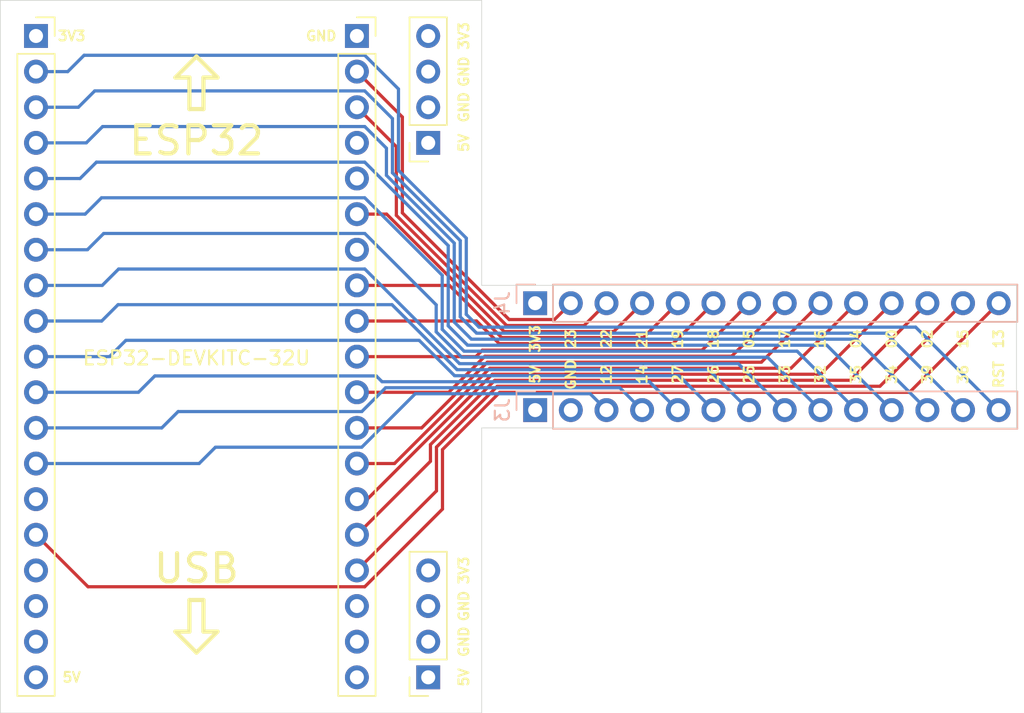
<source format=kicad_pcb>
(kicad_pcb (version 20171130) (host pcbnew 5.1.6+dfsg1-1)

  (general
    (thickness 1.6)
    (drawings 64)
    (tracks 152)
    (zones 0)
    (modules 6)
    (nets 37)
  )

  (page A4)
  (layers
    (0 F.Cu signal)
    (1 In1.Cu signal)
    (2 In2.Cu signal)
    (31 B.Cu signal)
    (32 B.Adhes user)
    (33 F.Adhes user)
    (34 B.Paste user)
    (35 F.Paste user)
    (36 B.SilkS user)
    (37 F.SilkS user)
    (38 B.Mask user)
    (39 F.Mask user)
    (40 Dwgs.User user)
    (41 Cmts.User user)
    (42 Eco1.User user)
    (43 Eco2.User user)
    (44 Edge.Cuts user)
    (45 Margin user)
    (46 B.CrtYd user hide)
    (47 F.CrtYd user hide)
    (48 B.Fab user hide)
    (49 F.Fab user hide)
  )

  (setup
    (last_trace_width 0.635)
    (user_trace_width 0.2286)
    (user_trace_width 0.635)
    (trace_clearance 0.2)
    (zone_clearance 0.508)
    (zone_45_only no)
    (trace_min 0.2)
    (via_size 0.8)
    (via_drill 0.4)
    (via_min_size 0.4)
    (via_min_drill 0.3)
    (uvia_size 0.3)
    (uvia_drill 0.1)
    (uvias_allowed no)
    (uvia_min_size 0.2)
    (uvia_min_drill 0.1)
    (edge_width 0.05)
    (segment_width 0.2)
    (pcb_text_width 0.3)
    (pcb_text_size 1.5 1.5)
    (mod_edge_width 0.12)
    (mod_text_size 1 1)
    (mod_text_width 0.15)
    (pad_size 1.524 1.524)
    (pad_drill 0.762)
    (pad_to_mask_clearance 0.05)
    (aux_axis_origin 0 0)
    (grid_origin 173.99 73.39)
    (visible_elements FFFFF77F)
    (pcbplotparams
      (layerselection 0x010fc_ffffffff)
      (usegerberextensions true)
      (usegerberattributes false)
      (usegerberadvancedattributes false)
      (creategerberjobfile false)
      (excludeedgelayer true)
      (linewidth 0.100000)
      (plotframeref false)
      (viasonmask false)
      (mode 1)
      (useauxorigin false)
      (hpglpennumber 1)
      (hpglpenspeed 20)
      (hpglpendiameter 15.000000)
      (psnegative false)
      (psa4output false)
      (plotreference true)
      (plotvalue false)
      (plotinvisibletext false)
      (padsonsilk false)
      (subtractmaskfromsilk true)
      (outputformat 1)
      (mirror false)
      (drillshape 0)
      (scaleselection 1)
      (outputdirectory "gerbers/"))
  )

  (net 0 "")
  (net 1 +5V)
  (net 2 "Net-(J1-Pad18)")
  (net 3 "Net-(J1-Pad17)")
  (net 4 "Net-(J1-Pad16)")
  (net 5 GPIO13)
  (net 6 GND)
  (net 7 GPIO12)
  (net 8 GPIO14)
  (net 9 GPIO27)
  (net 10 GPIO26)
  (net 11 GPIO25)
  (net 12 GPIO33)
  (net 13 GPIO32)
  (net 14 GPIO35)
  (net 15 GPIO34)
  (net 16 GPIO39)
  (net 17 GPIO36)
  (net 18 RESET)
  (net 19 +3V3)
  (net 20 "Net-(J2-Pad19)")
  (net 21 "Net-(J2-Pad18)")
  (net 22 "Net-(J2-Pad17)")
  (net 23 GPIO15)
  (net 24 GPIO02)
  (net 25 GPIO00)
  (net 26 GPIO04)
  (net 27 GPIO16)
  (net 28 GPIO17)
  (net 29 GPIO05)
  (net 30 GPIO18)
  (net 31 GPIO19)
  (net 32 GPIO21)
  (net 33 "Net-(J2-Pad5)")
  (net 34 "Net-(J2-Pad4)")
  (net 35 GPIO22)
  (net 36 GPIO23)

  (net_class Default "This is the default net class."
    (clearance 0.2)
    (trace_width 0.25)
    (via_dia 0.8)
    (via_drill 0.4)
    (uvia_dia 0.3)
    (uvia_drill 0.1)
    (add_net +3V3)
    (add_net +5V)
    (add_net GND)
    (add_net GPIO00)
    (add_net GPIO02)
    (add_net GPIO04)
    (add_net GPIO05)
    (add_net GPIO12)
    (add_net GPIO13)
    (add_net GPIO14)
    (add_net GPIO15)
    (add_net GPIO16)
    (add_net GPIO17)
    (add_net GPIO18)
    (add_net GPIO19)
    (add_net GPIO21)
    (add_net GPIO22)
    (add_net GPIO23)
    (add_net GPIO25)
    (add_net GPIO26)
    (add_net GPIO27)
    (add_net GPIO32)
    (add_net GPIO33)
    (add_net GPIO34)
    (add_net GPIO35)
    (add_net GPIO36)
    (add_net GPIO39)
    (add_net "Net-(J1-Pad16)")
    (add_net "Net-(J1-Pad17)")
    (add_net "Net-(J1-Pad18)")
    (add_net "Net-(J2-Pad17)")
    (add_net "Net-(J2-Pad18)")
    (add_net "Net-(J2-Pad19)")
    (add_net "Net-(J2-Pad4)")
    (add_net "Net-(J2-Pad5)")
    (add_net RESET)
  )

  (module Connector_PinHeader_2.54mm:PinHeader_1x14_P2.54mm_Vertical (layer B.Cu) (tedit 59FED5CC) (tstamp 62756515)
    (at 198.12 93.98 270)
    (descr "Through hole straight pin header, 1x14, 2.54mm pitch, single row")
    (tags "Through hole pin header THT 1x14 2.54mm single row")
    (path /6277E0AD)
    (fp_text reference J4 (at 0 2.33 90) (layer B.SilkS)
      (effects (font (size 1 1) (thickness 0.15)) (justify mirror))
    )
    (fp_text value Conn_01x14_Female (at 0 -35.35 90) (layer B.Fab)
      (effects (font (size 1 1) (thickness 0.15)) (justify mirror))
    )
    (fp_text user %R (at 0 -16.51 180) (layer B.Fab)
      (effects (font (size 1 1) (thickness 0.15)) (justify mirror))
    )
    (fp_line (start -0.635 1.27) (end 1.27 1.27) (layer B.Fab) (width 0.1))
    (fp_line (start 1.27 1.27) (end 1.27 -34.29) (layer B.Fab) (width 0.1))
    (fp_line (start 1.27 -34.29) (end -1.27 -34.29) (layer B.Fab) (width 0.1))
    (fp_line (start -1.27 -34.29) (end -1.27 0.635) (layer B.Fab) (width 0.1))
    (fp_line (start -1.27 0.635) (end -0.635 1.27) (layer B.Fab) (width 0.1))
    (fp_line (start -1.33 -34.35) (end 1.33 -34.35) (layer B.SilkS) (width 0.12))
    (fp_line (start -1.33 -1.27) (end -1.33 -34.35) (layer B.SilkS) (width 0.12))
    (fp_line (start 1.33 -1.27) (end 1.33 -34.35) (layer B.SilkS) (width 0.12))
    (fp_line (start -1.33 -1.27) (end 1.33 -1.27) (layer B.SilkS) (width 0.12))
    (fp_line (start -1.33 0) (end -1.33 1.33) (layer B.SilkS) (width 0.12))
    (fp_line (start -1.33 1.33) (end 0 1.33) (layer B.SilkS) (width 0.12))
    (fp_line (start -1.8 1.8) (end -1.8 -34.8) (layer B.CrtYd) (width 0.05))
    (fp_line (start -1.8 -34.8) (end 1.8 -34.8) (layer B.CrtYd) (width 0.05))
    (fp_line (start 1.8 -34.8) (end 1.8 1.8) (layer B.CrtYd) (width 0.05))
    (fp_line (start 1.8 1.8) (end -1.8 1.8) (layer B.CrtYd) (width 0.05))
    (pad 14 thru_hole oval (at 0 -33.02 270) (size 1.7 1.7) (drill 1) (layers *.Cu *.Mask)
      (net 5 GPIO13))
    (pad 13 thru_hole oval (at 0 -30.48 270) (size 1.7 1.7) (drill 1) (layers *.Cu *.Mask)
      (net 23 GPIO15))
    (pad 12 thru_hole oval (at 0 -27.94 270) (size 1.7 1.7) (drill 1) (layers *.Cu *.Mask)
      (net 24 GPIO02))
    (pad 11 thru_hole oval (at 0 -25.4 270) (size 1.7 1.7) (drill 1) (layers *.Cu *.Mask)
      (net 25 GPIO00))
    (pad 10 thru_hole oval (at 0 -22.86 270) (size 1.7 1.7) (drill 1) (layers *.Cu *.Mask)
      (net 26 GPIO04))
    (pad 9 thru_hole oval (at 0 -20.32 270) (size 1.7 1.7) (drill 1) (layers *.Cu *.Mask)
      (net 27 GPIO16))
    (pad 8 thru_hole oval (at 0 -17.78 270) (size 1.7 1.7) (drill 1) (layers *.Cu *.Mask)
      (net 28 GPIO17))
    (pad 7 thru_hole oval (at 0 -15.24 270) (size 1.7 1.7) (drill 1) (layers *.Cu *.Mask)
      (net 29 GPIO05))
    (pad 6 thru_hole oval (at 0 -12.7 270) (size 1.7 1.7) (drill 1) (layers *.Cu *.Mask)
      (net 30 GPIO18))
    (pad 5 thru_hole oval (at 0 -10.16 270) (size 1.7 1.7) (drill 1) (layers *.Cu *.Mask)
      (net 31 GPIO19))
    (pad 4 thru_hole oval (at 0 -7.62 270) (size 1.7 1.7) (drill 1) (layers *.Cu *.Mask)
      (net 32 GPIO21))
    (pad 3 thru_hole oval (at 0 -5.08 270) (size 1.7 1.7) (drill 1) (layers *.Cu *.Mask)
      (net 35 GPIO22))
    (pad 2 thru_hole oval (at 0 -2.54 270) (size 1.7 1.7) (drill 1) (layers *.Cu *.Mask)
      (net 36 GPIO23))
    (pad 1 thru_hole rect (at 0 0 270) (size 1.7 1.7) (drill 1) (layers *.Cu *.Mask)
      (net 19 +3V3))
    (model ${KISYS3DMOD}/Connector_PinHeader_2.54mm.3dshapes/PinHeader_1x14_P2.54mm_Vertical.wrl
      (at (xyz 0 0 0))
      (scale (xyz 1 1 1))
      (rotate (xyz 0 0 0))
    )
  )

  (module Connector_PinHeader_2.54mm:PinHeader_1x14_P2.54mm_Vertical (layer B.Cu) (tedit 59FED5CC) (tstamp 627564EE)
    (at 198.12 101.6 270)
    (descr "Through hole straight pin header, 1x14, 2.54mm pitch, single row")
    (tags "Through hole pin header THT 1x14 2.54mm single row")
    (path /6277E0A7)
    (fp_text reference J3 (at 0 2.33 90) (layer B.SilkS)
      (effects (font (size 1 1) (thickness 0.15)) (justify mirror))
    )
    (fp_text value Conn_01x14_Female (at 0 -35.35 90) (layer B.Fab)
      (effects (font (size 1 1) (thickness 0.15)) (justify mirror))
    )
    (fp_text user %R (at 0 -16.51 180) (layer B.Fab)
      (effects (font (size 1 1) (thickness 0.15)) (justify mirror))
    )
    (fp_line (start -0.635 1.27) (end 1.27 1.27) (layer B.Fab) (width 0.1))
    (fp_line (start 1.27 1.27) (end 1.27 -34.29) (layer B.Fab) (width 0.1))
    (fp_line (start 1.27 -34.29) (end -1.27 -34.29) (layer B.Fab) (width 0.1))
    (fp_line (start -1.27 -34.29) (end -1.27 0.635) (layer B.Fab) (width 0.1))
    (fp_line (start -1.27 0.635) (end -0.635 1.27) (layer B.Fab) (width 0.1))
    (fp_line (start -1.33 -34.35) (end 1.33 -34.35) (layer B.SilkS) (width 0.12))
    (fp_line (start -1.33 -1.27) (end -1.33 -34.35) (layer B.SilkS) (width 0.12))
    (fp_line (start 1.33 -1.27) (end 1.33 -34.35) (layer B.SilkS) (width 0.12))
    (fp_line (start -1.33 -1.27) (end 1.33 -1.27) (layer B.SilkS) (width 0.12))
    (fp_line (start -1.33 0) (end -1.33 1.33) (layer B.SilkS) (width 0.12))
    (fp_line (start -1.33 1.33) (end 0 1.33) (layer B.SilkS) (width 0.12))
    (fp_line (start -1.8 1.8) (end -1.8 -34.8) (layer B.CrtYd) (width 0.05))
    (fp_line (start -1.8 -34.8) (end 1.8 -34.8) (layer B.CrtYd) (width 0.05))
    (fp_line (start 1.8 -34.8) (end 1.8 1.8) (layer B.CrtYd) (width 0.05))
    (fp_line (start 1.8 1.8) (end -1.8 1.8) (layer B.CrtYd) (width 0.05))
    (pad 14 thru_hole oval (at 0 -33.02 270) (size 1.7 1.7) (drill 1) (layers *.Cu *.Mask)
      (net 18 RESET))
    (pad 13 thru_hole oval (at 0 -30.48 270) (size 1.7 1.7) (drill 1) (layers *.Cu *.Mask)
      (net 17 GPIO36))
    (pad 12 thru_hole oval (at 0 -27.94 270) (size 1.7 1.7) (drill 1) (layers *.Cu *.Mask)
      (net 16 GPIO39))
    (pad 11 thru_hole oval (at 0 -25.4 270) (size 1.7 1.7) (drill 1) (layers *.Cu *.Mask)
      (net 15 GPIO34))
    (pad 10 thru_hole oval (at 0 -22.86 270) (size 1.7 1.7) (drill 1) (layers *.Cu *.Mask)
      (net 14 GPIO35))
    (pad 9 thru_hole oval (at 0 -20.32 270) (size 1.7 1.7) (drill 1) (layers *.Cu *.Mask)
      (net 13 GPIO32))
    (pad 8 thru_hole oval (at 0 -17.78 270) (size 1.7 1.7) (drill 1) (layers *.Cu *.Mask)
      (net 12 GPIO33))
    (pad 7 thru_hole oval (at 0 -15.24 270) (size 1.7 1.7) (drill 1) (layers *.Cu *.Mask)
      (net 11 GPIO25))
    (pad 6 thru_hole oval (at 0 -12.7 270) (size 1.7 1.7) (drill 1) (layers *.Cu *.Mask)
      (net 10 GPIO26))
    (pad 5 thru_hole oval (at 0 -10.16 270) (size 1.7 1.7) (drill 1) (layers *.Cu *.Mask)
      (net 9 GPIO27))
    (pad 4 thru_hole oval (at 0 -7.62 270) (size 1.7 1.7) (drill 1) (layers *.Cu *.Mask)
      (net 8 GPIO14))
    (pad 3 thru_hole oval (at 0 -5.08 270) (size 1.7 1.7) (drill 1) (layers *.Cu *.Mask)
      (net 7 GPIO12))
    (pad 2 thru_hole oval (at 0 -2.54 270) (size 1.7 1.7) (drill 1) (layers *.Cu *.Mask)
      (net 6 GND))
    (pad 1 thru_hole rect (at 0 0 270) (size 1.7 1.7) (drill 1) (layers *.Cu *.Mask)
      (net 1 +5V))
    (model ${KISYS3DMOD}/Connector_PinHeader_2.54mm.3dshapes/PinHeader_1x14_P2.54mm_Vertical.wrl
      (at (xyz 0 0 0))
      (scale (xyz 1 1 1))
      (rotate (xyz 0 0 0))
    )
  )

  (module Connector_PinSocket_2.54mm:PinSocket_1x04_P2.54mm_Vertical (layer F.Cu) (tedit 5A19A429) (tstamp 6275B5A8)
    (at 190.5 120.65 180)
    (descr "Through hole straight socket strip, 1x04, 2.54mm pitch, single row (from Kicad 4.0.7), script generated")
    (tags "Through hole socket strip THT 1x04 2.54mm single row")
    (path /627B3A10)
    (fp_text reference J6 (at 0 -2.77) (layer F.SilkS) hide
      (effects (font (size 1 1) (thickness 0.15)))
    )
    (fp_text value Conn_01x04_Female (at 0 10.39) (layer F.Fab)
      (effects (font (size 1 1) (thickness 0.15)))
    )
    (fp_text user %R (at 0 3.81 90) (layer F.Fab)
      (effects (font (size 1 1) (thickness 0.15)))
    )
    (fp_line (start -1.27 -1.27) (end 0.635 -1.27) (layer F.Fab) (width 0.1))
    (fp_line (start 0.635 -1.27) (end 1.27 -0.635) (layer F.Fab) (width 0.1))
    (fp_line (start 1.27 -0.635) (end 1.27 8.89) (layer F.Fab) (width 0.1))
    (fp_line (start 1.27 8.89) (end -1.27 8.89) (layer F.Fab) (width 0.1))
    (fp_line (start -1.27 8.89) (end -1.27 -1.27) (layer F.Fab) (width 0.1))
    (fp_line (start -1.33 1.27) (end 1.33 1.27) (layer F.SilkS) (width 0.12))
    (fp_line (start -1.33 1.27) (end -1.33 8.95) (layer F.SilkS) (width 0.12))
    (fp_line (start -1.33 8.95) (end 1.33 8.95) (layer F.SilkS) (width 0.12))
    (fp_line (start 1.33 1.27) (end 1.33 8.95) (layer F.SilkS) (width 0.12))
    (fp_line (start 1.33 -1.33) (end 1.33 0) (layer F.SilkS) (width 0.12))
    (fp_line (start 0 -1.33) (end 1.33 -1.33) (layer F.SilkS) (width 0.12))
    (fp_line (start -1.8 -1.8) (end 1.75 -1.8) (layer F.CrtYd) (width 0.05))
    (fp_line (start 1.75 -1.8) (end 1.75 9.4) (layer F.CrtYd) (width 0.05))
    (fp_line (start 1.75 9.4) (end -1.8 9.4) (layer F.CrtYd) (width 0.05))
    (fp_line (start -1.8 9.4) (end -1.8 -1.8) (layer F.CrtYd) (width 0.05))
    (pad 4 thru_hole oval (at 0 7.62 180) (size 1.7 1.7) (drill 1) (layers *.Cu *.Mask)
      (net 19 +3V3))
    (pad 3 thru_hole oval (at 0 5.08 180) (size 1.7 1.7) (drill 1) (layers *.Cu *.Mask)
      (net 6 GND))
    (pad 2 thru_hole oval (at 0 2.54 180) (size 1.7 1.7) (drill 1) (layers *.Cu *.Mask)
      (net 6 GND))
    (pad 1 thru_hole rect (at 0 0 180) (size 1.7 1.7) (drill 1) (layers *.Cu *.Mask)
      (net 1 +5V))
    (model ${KISYS3DMOD}/Connector_PinSocket_2.54mm.3dshapes/PinSocket_1x04_P2.54mm_Vertical.wrl
      (at (xyz 0 0 0))
      (scale (xyz 1 1 1))
      (rotate (xyz 0 0 0))
    )
  )

  (module Connector_PinSocket_2.54mm:PinSocket_1x04_P2.54mm_Vertical (layer F.Cu) (tedit 5A19A429) (tstamp 62757F39)
    (at 190.5 82.55 180)
    (descr "Through hole straight socket strip, 1x04, 2.54mm pitch, single row (from Kicad 4.0.7), script generated")
    (tags "Through hole socket strip THT 1x04 2.54mm single row")
    (path /627BCE06)
    (fp_text reference J5 (at 0 -2.77) (layer F.SilkS) hide
      (effects (font (size 1 1) (thickness 0.15)))
    )
    (fp_text value Conn_01x04_Female (at 0 10.39) (layer F.Fab)
      (effects (font (size 1 1) (thickness 0.15)))
    )
    (fp_text user %R (at 0 3.81 90) (layer F.Fab)
      (effects (font (size 1 1) (thickness 0.15)))
    )
    (fp_line (start -1.27 -1.27) (end 0.635 -1.27) (layer F.Fab) (width 0.1))
    (fp_line (start 0.635 -1.27) (end 1.27 -0.635) (layer F.Fab) (width 0.1))
    (fp_line (start 1.27 -0.635) (end 1.27 8.89) (layer F.Fab) (width 0.1))
    (fp_line (start 1.27 8.89) (end -1.27 8.89) (layer F.Fab) (width 0.1))
    (fp_line (start -1.27 8.89) (end -1.27 -1.27) (layer F.Fab) (width 0.1))
    (fp_line (start -1.33 1.27) (end 1.33 1.27) (layer F.SilkS) (width 0.12))
    (fp_line (start -1.33 1.27) (end -1.33 8.95) (layer F.SilkS) (width 0.12))
    (fp_line (start -1.33 8.95) (end 1.33 8.95) (layer F.SilkS) (width 0.12))
    (fp_line (start 1.33 1.27) (end 1.33 8.95) (layer F.SilkS) (width 0.12))
    (fp_line (start 1.33 -1.33) (end 1.33 0) (layer F.SilkS) (width 0.12))
    (fp_line (start 0 -1.33) (end 1.33 -1.33) (layer F.SilkS) (width 0.12))
    (fp_line (start -1.8 -1.8) (end 1.75 -1.8) (layer F.CrtYd) (width 0.05))
    (fp_line (start 1.75 -1.8) (end 1.75 9.4) (layer F.CrtYd) (width 0.05))
    (fp_line (start 1.75 9.4) (end -1.8 9.4) (layer F.CrtYd) (width 0.05))
    (fp_line (start -1.8 9.4) (end -1.8 -1.8) (layer F.CrtYd) (width 0.05))
    (pad 4 thru_hole oval (at 0 7.62 180) (size 1.7 1.7) (drill 1) (layers *.Cu *.Mask)
      (net 19 +3V3))
    (pad 3 thru_hole oval (at 0 5.08 180) (size 1.7 1.7) (drill 1) (layers *.Cu *.Mask)
      (net 6 GND))
    (pad 2 thru_hole oval (at 0 2.54 180) (size 1.7 1.7) (drill 1) (layers *.Cu *.Mask)
      (net 6 GND))
    (pad 1 thru_hole rect (at 0 0 180) (size 1.7 1.7) (drill 1) (layers *.Cu *.Mask)
      (net 1 +5V))
    (model ${KISYS3DMOD}/Connector_PinSocket_2.54mm.3dshapes/PinSocket_1x04_P2.54mm_Vertical.wrl
      (at (xyz 0 0 0))
      (scale (xyz 1 1 1))
      (rotate (xyz 0 0 0))
    )
  )

  (module Connector_PinSocket_2.54mm:PinSocket_1x19_P2.54mm_Vertical (layer F.Cu) (tedit 5A19A430) (tstamp 627564C7)
    (at 185.42 74.93)
    (descr "Through hole straight socket strip, 1x19, 2.54mm pitch, single row (from Kicad 4.0.7), script generated")
    (tags "Through hole socket strip THT 1x19 2.54mm single row")
    (path /62758A46)
    (fp_text reference J2 (at 0 -2.77) (layer F.SilkS) hide
      (effects (font (size 1 1) (thickness 0.15)))
    )
    (fp_text value Conn_01x19_Female (at 0 48.49) (layer F.Fab)
      (effects (font (size 1 1) (thickness 0.15)))
    )
    (fp_text user %R (at 0 22.86 90) (layer F.Fab)
      (effects (font (size 1 1) (thickness 0.15)))
    )
    (fp_line (start -1.27 -1.27) (end 0.635 -1.27) (layer F.Fab) (width 0.1))
    (fp_line (start 0.635 -1.27) (end 1.27 -0.635) (layer F.Fab) (width 0.1))
    (fp_line (start 1.27 -0.635) (end 1.27 46.99) (layer F.Fab) (width 0.1))
    (fp_line (start 1.27 46.99) (end -1.27 46.99) (layer F.Fab) (width 0.1))
    (fp_line (start -1.27 46.99) (end -1.27 -1.27) (layer F.Fab) (width 0.1))
    (fp_line (start -1.33 1.27) (end 1.33 1.27) (layer F.SilkS) (width 0.12))
    (fp_line (start -1.33 1.27) (end -1.33 47.05) (layer F.SilkS) (width 0.12))
    (fp_line (start -1.33 47.05) (end 1.33 47.05) (layer F.SilkS) (width 0.12))
    (fp_line (start 1.33 1.27) (end 1.33 47.05) (layer F.SilkS) (width 0.12))
    (fp_line (start 1.33 -1.33) (end 1.33 0) (layer F.SilkS) (width 0.12))
    (fp_line (start 0 -1.33) (end 1.33 -1.33) (layer F.SilkS) (width 0.12))
    (fp_line (start -1.8 -1.8) (end 1.75 -1.8) (layer F.CrtYd) (width 0.05))
    (fp_line (start 1.75 -1.8) (end 1.75 47.5) (layer F.CrtYd) (width 0.05))
    (fp_line (start 1.75 47.5) (end -1.8 47.5) (layer F.CrtYd) (width 0.05))
    (fp_line (start -1.8 47.5) (end -1.8 -1.8) (layer F.CrtYd) (width 0.05))
    (pad 19 thru_hole oval (at 0 45.72) (size 1.7 1.7) (drill 1) (layers *.Cu *.Mask)
      (net 20 "Net-(J2-Pad19)"))
    (pad 18 thru_hole oval (at 0 43.18) (size 1.7 1.7) (drill 1) (layers *.Cu *.Mask)
      (net 21 "Net-(J2-Pad18)"))
    (pad 17 thru_hole oval (at 0 40.64) (size 1.7 1.7) (drill 1) (layers *.Cu *.Mask)
      (net 22 "Net-(J2-Pad17)"))
    (pad 16 thru_hole oval (at 0 38.1) (size 1.7 1.7) (drill 1) (layers *.Cu *.Mask)
      (net 23 GPIO15))
    (pad 15 thru_hole oval (at 0 35.56) (size 1.7 1.7) (drill 1) (layers *.Cu *.Mask)
      (net 24 GPIO02))
    (pad 14 thru_hole oval (at 0 33.02) (size 1.7 1.7) (drill 1) (layers *.Cu *.Mask)
      (net 25 GPIO00))
    (pad 13 thru_hole oval (at 0 30.48) (size 1.7 1.7) (drill 1) (layers *.Cu *.Mask)
      (net 26 GPIO04))
    (pad 12 thru_hole oval (at 0 27.94) (size 1.7 1.7) (drill 1) (layers *.Cu *.Mask)
      (net 27 GPIO16))
    (pad 11 thru_hole oval (at 0 25.4) (size 1.7 1.7) (drill 1) (layers *.Cu *.Mask)
      (net 28 GPIO17))
    (pad 10 thru_hole oval (at 0 22.86) (size 1.7 1.7) (drill 1) (layers *.Cu *.Mask)
      (net 29 GPIO05))
    (pad 9 thru_hole oval (at 0 20.32) (size 1.7 1.7) (drill 1) (layers *.Cu *.Mask)
      (net 30 GPIO18))
    (pad 8 thru_hole oval (at 0 17.78) (size 1.7 1.7) (drill 1) (layers *.Cu *.Mask)
      (net 31 GPIO19))
    (pad 7 thru_hole oval (at 0 15.24) (size 1.7 1.7) (drill 1) (layers *.Cu *.Mask)
      (net 6 GND))
    (pad 6 thru_hole oval (at 0 12.7) (size 1.7 1.7) (drill 1) (layers *.Cu *.Mask)
      (net 32 GPIO21))
    (pad 5 thru_hole oval (at 0 10.16) (size 1.7 1.7) (drill 1) (layers *.Cu *.Mask)
      (net 33 "Net-(J2-Pad5)"))
    (pad 4 thru_hole oval (at 0 7.62) (size 1.7 1.7) (drill 1) (layers *.Cu *.Mask)
      (net 34 "Net-(J2-Pad4)"))
    (pad 3 thru_hole oval (at 0 5.08) (size 1.7 1.7) (drill 1) (layers *.Cu *.Mask)
      (net 35 GPIO22))
    (pad 2 thru_hole oval (at 0 2.54) (size 1.7 1.7) (drill 1) (layers *.Cu *.Mask)
      (net 36 GPIO23))
    (pad 1 thru_hole rect (at 0 0) (size 1.7 1.7) (drill 1) (layers *.Cu *.Mask)
      (net 6 GND))
    (model ${KISYS3DMOD}/Connector_PinSocket_2.54mm.3dshapes/PinSocket_1x19_P2.54mm_Vertical.wrl
      (at (xyz 0 0 0))
      (scale (xyz 1 1 1))
      (rotate (xyz 0 0 0))
    )
  )

  (module Connector_PinSocket_2.54mm:PinSocket_1x19_P2.54mm_Vertical (layer F.Cu) (tedit 5A19A430) (tstamp 627564A0)
    (at 162.56 74.93)
    (descr "Through hole straight socket strip, 1x19, 2.54mm pitch, single row (from Kicad 4.0.7), script generated")
    (tags "Through hole socket strip THT 1x19 2.54mm single row")
    (path /62755ED2)
    (fp_text reference J1 (at 0 -2.77) (layer F.SilkS) hide
      (effects (font (size 1 1) (thickness 0.15)))
    )
    (fp_text value Conn_01x19_Female (at 0 48.49) (layer F.Fab)
      (effects (font (size 1 1) (thickness 0.15)))
    )
    (fp_text user %R (at 0 22.86 90) (layer F.Fab)
      (effects (font (size 1 1) (thickness 0.15)))
    )
    (fp_line (start -1.27 -1.27) (end 0.635 -1.27) (layer F.Fab) (width 0.1))
    (fp_line (start 0.635 -1.27) (end 1.27 -0.635) (layer F.Fab) (width 0.1))
    (fp_line (start 1.27 -0.635) (end 1.27 46.99) (layer F.Fab) (width 0.1))
    (fp_line (start 1.27 46.99) (end -1.27 46.99) (layer F.Fab) (width 0.1))
    (fp_line (start -1.27 46.99) (end -1.27 -1.27) (layer F.Fab) (width 0.1))
    (fp_line (start -1.33 1.27) (end 1.33 1.27) (layer F.SilkS) (width 0.12))
    (fp_line (start -1.33 1.27) (end -1.33 47.05) (layer F.SilkS) (width 0.12))
    (fp_line (start -1.33 47.05) (end 1.33 47.05) (layer F.SilkS) (width 0.12))
    (fp_line (start 1.33 1.27) (end 1.33 47.05) (layer F.SilkS) (width 0.12))
    (fp_line (start 1.33 -1.33) (end 1.33 0) (layer F.SilkS) (width 0.12))
    (fp_line (start 0 -1.33) (end 1.33 -1.33) (layer F.SilkS) (width 0.12))
    (fp_line (start -1.8 -1.8) (end 1.75 -1.8) (layer F.CrtYd) (width 0.05))
    (fp_line (start 1.75 -1.8) (end 1.75 47.5) (layer F.CrtYd) (width 0.05))
    (fp_line (start 1.75 47.5) (end -1.8 47.5) (layer F.CrtYd) (width 0.05))
    (fp_line (start -1.8 47.5) (end -1.8 -1.8) (layer F.CrtYd) (width 0.05))
    (pad 19 thru_hole oval (at 0 45.72) (size 1.7 1.7) (drill 1) (layers *.Cu *.Mask)
      (net 1 +5V))
    (pad 18 thru_hole oval (at 0 43.18) (size 1.7 1.7) (drill 1) (layers *.Cu *.Mask)
      (net 2 "Net-(J1-Pad18)"))
    (pad 17 thru_hole oval (at 0 40.64) (size 1.7 1.7) (drill 1) (layers *.Cu *.Mask)
      (net 3 "Net-(J1-Pad17)"))
    (pad 16 thru_hole oval (at 0 38.1) (size 1.7 1.7) (drill 1) (layers *.Cu *.Mask)
      (net 4 "Net-(J1-Pad16)"))
    (pad 15 thru_hole oval (at 0 35.56) (size 1.7 1.7) (drill 1) (layers *.Cu *.Mask)
      (net 5 GPIO13))
    (pad 14 thru_hole oval (at 0 33.02) (size 1.7 1.7) (drill 1) (layers *.Cu *.Mask)
      (net 6 GND))
    (pad 13 thru_hole oval (at 0 30.48) (size 1.7 1.7) (drill 1) (layers *.Cu *.Mask)
      (net 7 GPIO12))
    (pad 12 thru_hole oval (at 0 27.94) (size 1.7 1.7) (drill 1) (layers *.Cu *.Mask)
      (net 8 GPIO14))
    (pad 11 thru_hole oval (at 0 25.4) (size 1.7 1.7) (drill 1) (layers *.Cu *.Mask)
      (net 9 GPIO27))
    (pad 10 thru_hole oval (at 0 22.86) (size 1.7 1.7) (drill 1) (layers *.Cu *.Mask)
      (net 10 GPIO26))
    (pad 9 thru_hole oval (at 0 20.32) (size 1.7 1.7) (drill 1) (layers *.Cu *.Mask)
      (net 11 GPIO25))
    (pad 8 thru_hole oval (at 0 17.78) (size 1.7 1.7) (drill 1) (layers *.Cu *.Mask)
      (net 12 GPIO33))
    (pad 7 thru_hole oval (at 0 15.24) (size 1.7 1.7) (drill 1) (layers *.Cu *.Mask)
      (net 13 GPIO32))
    (pad 6 thru_hole oval (at 0 12.7) (size 1.7 1.7) (drill 1) (layers *.Cu *.Mask)
      (net 14 GPIO35))
    (pad 5 thru_hole oval (at 0 10.16) (size 1.7 1.7) (drill 1) (layers *.Cu *.Mask)
      (net 15 GPIO34))
    (pad 4 thru_hole oval (at 0 7.62) (size 1.7 1.7) (drill 1) (layers *.Cu *.Mask)
      (net 16 GPIO39))
    (pad 3 thru_hole oval (at 0 5.08) (size 1.7 1.7) (drill 1) (layers *.Cu *.Mask)
      (net 17 GPIO36))
    (pad 2 thru_hole oval (at 0 2.54) (size 1.7 1.7) (drill 1) (layers *.Cu *.Mask)
      (net 18 RESET))
    (pad 1 thru_hole rect (at 0 0) (size 1.7 1.7) (drill 1) (layers *.Cu *.Mask)
      (net 19 +3V3))
    (model ${KISYS3DMOD}/Connector_PinSocket_2.54mm.3dshapes/PinSocket_1x19_P2.54mm_Vertical.wrl
      (at (xyz 0 0 0))
      (scale (xyz 1 1 1))
      (rotate (xyz 0 0 0))
    )
  )

  (gr_text ESP32-DEVKITC-32U (at 173.99 97.89) (layer F.SilkS)
    (effects (font (size 1 1) (thickness 0.15)))
  )
  (gr_text 5V (at 165.1 120.65) (layer F.SilkS) (tstamp 6275B742)
    (effects (font (size 0.7 0.7) (thickness 0.15)))
  )
  (gr_text GND (at 182.88 74.93) (layer F.SilkS) (tstamp 6275B742)
    (effects (font (size 0.7 0.7) (thickness 0.15)))
  )
  (gr_text 3V3 (at 165.1 74.93) (layer F.SilkS)
    (effects (font (size 0.7 0.7) (thickness 0.15)))
  )
  (gr_line (start 173.49 117.39) (end 173.49 115.14) (layer F.SilkS) (width 0.3) (tstamp 6275B716))
  (gr_line (start 172.49 117.39) (end 173.99 118.89) (layer F.SilkS) (width 0.3) (tstamp 6275B715))
  (gr_line (start 173.99 118.89) (end 175.49 117.39) (layer F.SilkS) (width 0.3) (tstamp 6275B714))
  (gr_line (start 175.49 117.39) (end 174.49 117.39) (layer F.SilkS) (width 0.3) (tstamp 6275B713))
  (gr_text USB (at 173.99 112.89) (layer F.SilkS) (tstamp 6275B712)
    (effects (font (size 2 2) (thickness 0.3)))
  )
  (gr_line (start 174.49 117.39) (end 174.49 115.14) (layer F.SilkS) (width 0.3) (tstamp 6275B711))
  (gr_line (start 174.49 115.14) (end 173.49 115.14) (layer F.SilkS) (width 0.3) (tstamp 6275B710))
  (gr_line (start 172.49 117.39) (end 173.49 117.39) (layer F.SilkS) (width 0.3) (tstamp 6275B70F))
  (gr_text ESP32 (at 173.99 82.39) (layer F.SilkS)
    (effects (font (size 2 2) (thickness 0.3)))
  )
  (gr_line (start 174.49 77.89) (end 174.49 80.14) (layer F.SilkS) (width 0.3))
  (gr_line (start 175.49 77.89) (end 174.49 77.89) (layer F.SilkS) (width 0.3))
  (gr_line (start 173.49 80.14) (end 174.49 80.14) (layer F.SilkS) (width 0.3))
  (gr_line (start 173.49 77.89) (end 173.49 80.14) (layer F.SilkS) (width 0.3))
  (gr_line (start 172.49 77.89) (end 173.49 77.89) (layer F.SilkS) (width 0.3))
  (gr_line (start 175.49 77.89) (end 173.99 76.39) (layer F.SilkS) (width 0.3) (tstamp 6275B6FC))
  (gr_line (start 173.99 76.39) (end 172.49 77.89) (layer F.SilkS) (width 0.3))
  (gr_text 39 (at 226.06 99.06 90) (layer F.SilkS) (tstamp 62759165)
    (effects (font (size 0.7 0.7) (thickness 0.15)))
  )
  (gr_text 36 (at 228.6 99.06 90) (layer F.SilkS) (tstamp 62759164)
    (effects (font (size 0.7 0.7) (thickness 0.15)))
  )
  (gr_text RST (at 231.14 99.06 90) (layer F.SilkS) (tstamp 62759162)
    (effects (font (size 0.7 0.7) (thickness 0.15)))
  )
  (gr_text 35 (at 220.98 99.06 90) (layer F.SilkS) (tstamp 62759166)
    (effects (font (size 0.7 0.7) (thickness 0.15)))
  )
  (gr_text 25 (at 213.36 99.06 90) (layer F.SilkS) (tstamp 62759165)
    (effects (font (size 0.7 0.7) (thickness 0.15)))
  )
  (gr_text 33 (at 215.9 99.06 90) (layer F.SilkS) (tstamp 62759164)
    (effects (font (size 0.7 0.7) (thickness 0.15)))
  )
  (gr_text 34 (at 223.52 99.06 90) (layer F.SilkS) (tstamp 62759163)
    (effects (font (size 0.7 0.7) (thickness 0.15)))
  )
  (gr_text 32 (at 218.44 99.06 90) (layer F.SilkS) (tstamp 62759162)
    (effects (font (size 0.7 0.7) (thickness 0.15)))
  )
  (gr_text 27 (at 208.28 99.06 90) (layer F.SilkS) (tstamp 62759166)
    (effects (font (size 0.7 0.7) (thickness 0.15)))
  )
  (gr_text GND (at 200.66 99.06 90) (layer F.SilkS) (tstamp 62759165)
    (effects (font (size 0.7 0.7) (thickness 0.15)))
  )
  (gr_text 12 (at 203.2 99.06 90) (layer F.SilkS) (tstamp 62759164)
    (effects (font (size 0.7 0.7) (thickness 0.15)))
  )
  (gr_text 26 (at 210.82 99.06 90) (layer F.SilkS) (tstamp 62759163)
    (effects (font (size 0.7 0.7) (thickness 0.15)))
  )
  (gr_text 14 (at 205.74 99.06 90) (layer F.SilkS) (tstamp 62759162)
    (effects (font (size 0.7 0.7) (thickness 0.15)))
  )
  (gr_text 5V (at 198.12 99.06 90) (layer F.SilkS) (tstamp 62759165)
    (effects (font (size 0.7 0.7) (thickness 0.15)))
  )
  (gr_text 13 (at 231.14 96.52 90) (layer F.SilkS) (tstamp 62759163)
    (effects (font (size 0.7 0.7) (thickness 0.15)))
  )
  (gr_text 15 (at 228.6 96.52 90) (layer F.SilkS) (tstamp 62759163)
    (effects (font (size 0.7 0.7) (thickness 0.15)))
  )
  (gr_text 16 (at 218.44 96.52 90) (layer F.SilkS) (tstamp 62759166)
    (effects (font (size 0.7 0.7) (thickness 0.15)))
  )
  (gr_text 02 (at 226.06 96.52 90) (layer F.SilkS) (tstamp 62759165)
    (effects (font (size 0.7 0.7) (thickness 0.15)))
  )
  (gr_text 00 (at 223.52 96.52 90) (layer F.SilkS) (tstamp 62759164)
    (effects (font (size 0.7 0.7) (thickness 0.15)))
  )
  (gr_text 17 (at 215.9 96.52 90) (layer F.SilkS) (tstamp 62759163)
    (effects (font (size 0.7 0.7) (thickness 0.15)))
  )
  (gr_text 04 (at 220.98 96.52 90) (layer F.SilkS) (tstamp 62759162)
    (effects (font (size 0.7 0.7) (thickness 0.15)))
  )
  (gr_text 05 (at 213.36 96.52 90) (layer F.SilkS) (tstamp 62759165)
    (effects (font (size 0.7 0.7) (thickness 0.15)))
  )
  (gr_text 18 (at 210.82 96.52 90) (layer F.SilkS) (tstamp 62759164)
    (effects (font (size 0.7 0.7) (thickness 0.15)))
  )
  (gr_text 21 (at 205.74 96.52 90) (layer F.SilkS) (tstamp 62759163)
    (effects (font (size 0.7 0.7) (thickness 0.15)))
  )
  (gr_text 19 (at 208.28 96.52 90) (layer F.SilkS) (tstamp 62759162)
    (effects (font (size 0.7 0.7) (thickness 0.15)))
  )
  (gr_text 22 (at 203.2 96.52 90) (layer F.SilkS) (tstamp 6275915C)
    (effects (font (size 0.7 0.7) (thickness 0.15)))
  )
  (gr_text 23 (at 200.66 96.52 90) (layer F.SilkS) (tstamp 6275915C)
    (effects (font (size 0.7 0.7) (thickness 0.15)))
  )
  (gr_text 3V3 (at 198.12 96.52 90) (layer F.SilkS) (tstamp 6275915C)
    (effects (font (size 0.7 0.7) (thickness 0.15)))
  )
  (gr_text GND (at 193.04 118.11 90) (layer F.SilkS) (tstamp 62758ED7)
    (effects (font (size 0.7 0.7) (thickness 0.15)))
  )
  (gr_text 5V (at 193.04 120.65 90) (layer F.SilkS) (tstamp 62758ED6)
    (effects (font (size 0.7 0.7) (thickness 0.15)))
  )
  (gr_text 3V3 (at 193.04 113.03 90) (layer F.SilkS) (tstamp 62758ED5)
    (effects (font (size 0.7 0.7) (thickness 0.15)))
  )
  (gr_text GND (at 193.04 115.57 90) (layer F.SilkS) (tstamp 62758ED4)
    (effects (font (size 0.7 0.7) (thickness 0.15)))
  )
  (gr_text 3V3 (at 193.04 74.93 90) (layer F.SilkS) (tstamp 62758EC6)
    (effects (font (size 0.7 0.7) (thickness 0.15)))
  )
  (gr_text GND (at 193.04 80.01 90) (layer F.SilkS) (tstamp 62758EC6)
    (effects (font (size 0.7 0.7) (thickness 0.15)))
  )
  (gr_text GND (at 193.04 77.47 90) (layer F.SilkS) (tstamp 62758EC6)
    (effects (font (size 0.7 0.7) (thickness 0.15)))
  )
  (gr_text 5V (at 193.04 82.55 90) (layer F.SilkS)
    (effects (font (size 0.7 0.7) (thickness 0.15)))
  )
  (gr_line (start 194.31 123.19) (end 160.02 123.19) (layer Edge.Cuts) (width 0.05))
  (gr_line (start 160.02 123.19) (end 160.02 72.39) (layer Edge.Cuts) (width 0.05) (tstamp 62756BF2))
  (gr_line (start 160.02 72.39) (end 194.31 72.39) (layer Edge.Cuts) (width 0.05))
  (gr_line (start 194.31 102.87) (end 194.31 123.19) (layer Edge.Cuts) (width 0.05))
  (gr_line (start 194.31 72.39) (end 194.31 92.71) (layer Edge.Cuts) (width 0.05))
  (gr_line (start 232.41 102.87) (end 194.31 102.87) (layer Edge.Cuts) (width 0.05))
  (gr_line (start 232.41 92.71) (end 232.41 102.87) (layer Edge.Cuts) (width 0.05))
  (gr_line (start 194.31 92.71) (end 232.41 92.71) (layer Edge.Cuts) (width 0.05))

  (segment (start 190.5 82.55) (end 187.96 85.09) (width 0.635) (layer In1.Cu) (net 1))
  (segment (start 187.96 85.09) (end 187.96 99.06) (width 0.635) (layer In1.Cu) (net 1))
  (segment (start 166.264301 114.194301) (end 162.56 110.49) (width 0.2286) (layer F.Cu) (net 5))
  (segment (start 185.978865 114.194301) (end 166.264301 114.194301) (width 0.2286) (layer F.Cu) (net 5))
  (segment (start 191.51722 108.655946) (end 185.978865 114.194301) (width 0.2286) (layer F.Cu) (net 5))
  (segment (start 191.51722 104.415802) (end 191.51722 108.655946) (width 0.2286) (layer F.Cu) (net 5))
  (segment (start 195.602752 100.33027) (end 191.51722 104.415802) (width 0.2286) (layer F.Cu) (net 5))
  (segment (start 224.78973 100.33027) (end 195.602752 100.33027) (width 0.2286) (layer F.Cu) (net 5))
  (segment (start 231.14 93.98) (end 224.78973 100.33027) (width 0.2286) (layer F.Cu) (net 5))
  (segment (start 185.767467 104.245699) (end 175.344301 104.245699) (width 0.2286) (layer B.Cu) (net 7))
  (segment (start 189.577467 100.435699) (end 185.767467 104.245699) (width 0.2286) (layer B.Cu) (net 7))
  (segment (start 202.035699 100.435699) (end 189.577467 100.435699) (width 0.2286) (layer B.Cu) (net 7))
  (segment (start 203.2 101.6) (end 202.035699 100.435699) (width 0.2286) (layer B.Cu) (net 7))
  (segment (start 174.18 105.41) (end 162.56 105.41) (width 0.2286) (layer B.Cu) (net 7))
  (segment (start 175.344301 104.245699) (end 174.18 105.41) (width 0.2286) (layer B.Cu) (net 7))
  (segment (start 205.74 101.6) (end 204.147089 100.007089) (width 0.2286) (layer B.Cu) (net 8))
  (segment (start 185.767467 101.705699) (end 172.684301 101.705699) (width 0.2286) (layer B.Cu) (net 8))
  (segment (start 187.466077 100.007089) (end 185.767467 101.705699) (width 0.2286) (layer B.Cu) (net 8))
  (segment (start 204.147089 100.007089) (end 187.466077 100.007089) (width 0.2286) (layer B.Cu) (net 8))
  (segment (start 171.52 102.87) (end 162.56 102.87) (width 0.2286) (layer B.Cu) (net 8))
  (segment (start 172.684301 101.705699) (end 171.52 102.87) (width 0.2286) (layer B.Cu) (net 8))
  (segment (start 208.28 101.6) (end 206.258479 99.578479) (width 0.2286) (layer B.Cu) (net 9))
  (segment (start 186.798741 99.165699) (end 171.024301 99.165699) (width 0.2286) (layer B.Cu) (net 9))
  (segment (start 187.211521 99.578479) (end 186.798741 99.165699) (width 0.2286) (layer B.Cu) (net 9))
  (segment (start 206.258479 99.578479) (end 187.211521 99.578479) (width 0.2286) (layer B.Cu) (net 9))
  (segment (start 169.86 100.33) (end 162.56 100.33) (width 0.2286) (layer B.Cu) (net 9))
  (segment (start 171.024301 99.165699) (end 169.86 100.33) (width 0.2286) (layer B.Cu) (net 9))
  (segment (start 167.8 97.79) (end 162.56 97.79) (width 0.2286) (layer B.Cu) (net 10))
  (segment (start 168.964301 96.625699) (end 167.8 97.79) (width 0.2286) (layer B.Cu) (net 10))
  (segment (start 189.855699 96.625699) (end 168.964301 96.625699) (width 0.2286) (layer B.Cu) (net 10))
  (segment (start 192.379869 99.149869) (end 189.855699 96.625699) (width 0.2286) (layer B.Cu) (net 10))
  (segment (start 208.369869 99.149869) (end 192.379869 99.149869) (width 0.2286) (layer B.Cu) (net 10))
  (segment (start 210.82 101.6) (end 208.369869 99.149869) (width 0.2286) (layer B.Cu) (net 10))
  (segment (start 213.36 101.6) (end 210.481259 98.721259) (width 0.2286) (layer B.Cu) (net 11))
  (segment (start 210.481259 98.721259) (end 192.557405 98.721259) (width 0.2286) (layer B.Cu) (net 11))
  (segment (start 187.921845 94.085699) (end 168.404301 94.085699) (width 0.2286) (layer B.Cu) (net 11))
  (segment (start 192.557405 98.721259) (end 187.921845 94.085699) (width 0.2286) (layer B.Cu) (net 11))
  (segment (start 167.24 95.25) (end 162.56 95.25) (width 0.2286) (layer B.Cu) (net 11))
  (segment (start 168.404301 94.085699) (end 167.24 95.25) (width 0.2286) (layer B.Cu) (net 11))
  (segment (start 215.9 101.6) (end 212.592649 98.292649) (width 0.2286) (layer B.Cu) (net 12))
  (segment (start 212.592649 98.292649) (end 192.734941 98.292649) (width 0.2286) (layer B.Cu) (net 12))
  (segment (start 185.987991 91.545699) (end 168.444301 91.545699) (width 0.2286) (layer B.Cu) (net 12))
  (segment (start 192.734941 98.292649) (end 185.987991 91.545699) (width 0.2286) (layer B.Cu) (net 12))
  (segment (start 167.28 92.71) (end 162.56 92.71) (width 0.2286) (layer B.Cu) (net 12))
  (segment (start 168.444301 91.545699) (end 167.28 92.71) (width 0.2286) (layer B.Cu) (net 12))
  (segment (start 218.44 101.6) (end 214.67 97.83) (width 0.2286) (layer B.Cu) (net 13))
  (segment (start 214.67 97.83) (end 192.878438 97.83) (width 0.2286) (layer B.Cu) (net 13))
  (segment (start 192.878438 97.83) (end 191.069219 96.020781) (width 0.2286) (layer B.Cu) (net 13))
  (segment (start 185.978865 89.005699) (end 167.384301 89.005699) (width 0.2286) (layer B.Cu) (net 13))
  (segment (start 191.069219 94.096053) (end 185.978865 89.005699) (width 0.2286) (layer B.Cu) (net 13))
  (segment (start 191.069219 96.020781) (end 191.069219 94.096053) (width 0.2286) (layer B.Cu) (net 13))
  (segment (start 166.22 90.17) (end 162.56 90.17) (width 0.2286) (layer B.Cu) (net 13))
  (segment (start 167.384301 89.005699) (end 166.22 90.17) (width 0.2286) (layer B.Cu) (net 13))
  (segment (start 220.98 101.6) (end 216.78139 97.40139) (width 0.2286) (layer B.Cu) (net 14))
  (segment (start 216.78139 97.40139) (end 193.055974 97.40139) (width 0.2286) (layer B.Cu) (net 14))
  (segment (start 185.978865 86.465699) (end 167.224301 86.465699) (width 0.2286) (layer B.Cu) (net 14))
  (segment (start 191.497829 91.984663) (end 185.978865 86.465699) (width 0.2286) (layer B.Cu) (net 14))
  (segment (start 191.497829 95.843245) (end 191.497829 91.984663) (width 0.2286) (layer B.Cu) (net 14))
  (segment (start 193.055974 97.40139) (end 191.497829 95.843245) (width 0.2286) (layer B.Cu) (net 14))
  (segment (start 166.06 87.63) (end 167.224301 86.465699) (width 0.2286) (layer B.Cu) (net 14))
  (segment (start 162.56 87.63) (end 166.06 87.63) (width 0.2286) (layer B.Cu) (net 14))
  (segment (start 223.52 101.6) (end 218.89278 96.97278) (width 0.2286) (layer B.Cu) (net 15))
  (segment (start 193.30278 96.97278) (end 191.926439 95.596439) (width 0.2286) (layer B.Cu) (net 15))
  (segment (start 218.89278 96.97278) (end 193.30278 96.97278) (width 0.2286) (layer B.Cu) (net 15))
  (segment (start 185.978865 83.925699) (end 166.864301 83.925699) (width 0.2286) (layer B.Cu) (net 15))
  (segment (start 191.926439 89.873273) (end 185.978865 83.925699) (width 0.2286) (layer B.Cu) (net 15))
  (segment (start 191.926439 95.596439) (end 191.926439 89.873273) (width 0.2286) (layer B.Cu) (net 15))
  (segment (start 165.7 85.09) (end 162.56 85.09) (width 0.2286) (layer B.Cu) (net 15))
  (segment (start 166.864301 83.925699) (end 165.7 85.09) (width 0.2286) (layer B.Cu) (net 15))
  (segment (start 226.06 101.6) (end 221.00417 96.54417) (width 0.2286) (layer B.Cu) (net 16))
  (segment (start 193.57417 96.54417) (end 192.355049 95.325049) (width 0.2286) (layer B.Cu) (net 16))
  (segment (start 221.00417 96.54417) (end 193.57417 96.54417) (width 0.2286) (layer B.Cu) (net 16))
  (segment (start 192.355049 95.325049) (end 192.355048 89.695736) (width 0.2286) (layer B.Cu) (net 16))
  (segment (start 192.355048 89.695736) (end 187.524656 84.865344) (width 0.2286) (layer B.Cu) (net 16))
  (segment (start 185.978865 81.385699) (end 167.304301 81.385699) (width 0.2286) (layer B.Cu) (net 16))
  (segment (start 187.524656 82.93149) (end 185.978865 81.385699) (width 0.2286) (layer B.Cu) (net 16))
  (segment (start 187.524656 84.865344) (end 187.524656 82.93149) (width 0.2286) (layer B.Cu) (net 16))
  (segment (start 166.14 82.55) (end 162.56 82.55) (width 0.2286) (layer B.Cu) (net 16))
  (segment (start 167.304301 81.385699) (end 166.14 82.55) (width 0.2286) (layer B.Cu) (net 16))
  (segment (start 228.6 101.6) (end 223.11556 96.11556) (width 0.2286) (layer B.Cu) (net 17))
  (segment (start 193.94556 96.11556) (end 192.783657 94.953657) (width 0.2286) (layer B.Cu) (net 17))
  (segment (start 223.11556 96.11556) (end 193.94556 96.11556) (width 0.2286) (layer B.Cu) (net 17))
  (segment (start 192.783657 89.518199) (end 187.953266 84.687808) (width 0.2286) (layer B.Cu) (net 17))
  (segment (start 192.783657 94.953657) (end 192.783657 89.518199) (width 0.2286) (layer B.Cu) (net 17))
  (segment (start 185.978865 78.845699) (end 166.744301 78.845699) (width 0.2286) (layer B.Cu) (net 17))
  (segment (start 187.953266 80.8201) (end 185.978865 78.845699) (width 0.2286) (layer B.Cu) (net 17))
  (segment (start 187.953266 84.687808) (end 187.953266 80.8201) (width 0.2286) (layer B.Cu) (net 17))
  (segment (start 165.58 80.01) (end 162.56 80.01) (width 0.2286) (layer B.Cu) (net 17))
  (segment (start 166.744301 78.845699) (end 165.58 80.01) (width 0.2286) (layer B.Cu) (net 17))
  (segment (start 225.22695 95.68695) (end 194.123096 95.68695) (width 0.2286) (layer B.Cu) (net 18))
  (segment (start 231.14 101.6) (end 225.22695 95.68695) (width 0.2286) (layer B.Cu) (net 18))
  (segment (start 193.212267 94.776121) (end 193.212266 89.340662) (width 0.2286) (layer B.Cu) (net 18))
  (segment (start 194.123096 95.68695) (end 193.212267 94.776121) (width 0.2286) (layer B.Cu) (net 18))
  (segment (start 185.978865 76.305699) (end 165.984301 76.305699) (width 0.2286) (layer B.Cu) (net 18))
  (segment (start 188.381876 78.70871) (end 185.978865 76.305699) (width 0.2286) (layer B.Cu) (net 18))
  (segment (start 188.381876 84.510272) (end 188.381876 78.70871) (width 0.2286) (layer B.Cu) (net 18))
  (segment (start 193.212266 89.340662) (end 188.381876 84.510272) (width 0.2286) (layer B.Cu) (net 18))
  (segment (start 164.82 77.47) (end 162.56 77.47) (width 0.2286) (layer B.Cu) (net 18))
  (segment (start 165.984301 76.305699) (end 164.82 77.47) (width 0.2286) (layer B.Cu) (net 18))
  (segment (start 190.5 113.03) (end 190.5 96.52) (width 0.635) (layer In1.Cu) (net 19))
  (segment (start 228.6 93.98) (end 222.67834 99.90166) (width 0.2286) (layer F.Cu) (net 23))
  (segment (start 222.67834 99.90166) (end 195.425216 99.90166) (width 0.2286) (layer F.Cu) (net 23))
  (segment (start 191.08861 107.36139) (end 185.42 113.03) (width 0.2286) (layer F.Cu) (net 23))
  (segment (start 191.08861 104.238266) (end 191.08861 107.36139) (width 0.2286) (layer F.Cu) (net 23))
  (segment (start 195.425216 99.90166) (end 191.08861 104.238266) (width 0.2286) (layer F.Cu) (net 23))
  (segment (start 226.06 93.98) (end 220.56695 99.47305) (width 0.2286) (layer F.Cu) (net 24))
  (segment (start 220.56695 99.47305) (end 195.24768 99.47305) (width 0.2286) (layer F.Cu) (net 24))
  (segment (start 195.24768 99.47305) (end 190.66 104.06073) (width 0.2286) (layer F.Cu) (net 24))
  (segment (start 190.66 105.25) (end 185.42 110.49) (width 0.2286) (layer F.Cu) (net 24))
  (segment (start 190.66 104.06073) (end 190.66 105.25) (width 0.2286) (layer F.Cu) (net 24))
  (segment (start 223.52 93.98) (end 218.45556 99.04444) (width 0.2286) (layer F.Cu) (net 25))
  (segment (start 218.45556 99.04444) (end 195.070144 99.04444) (width 0.2286) (layer F.Cu) (net 25))
  (segment (start 186.164584 107.95) (end 185.42 107.95) (width 0.2286) (layer F.Cu) (net 25))
  (segment (start 195.070144 99.04444) (end 186.164584 107.95) (width 0.2286) (layer F.Cu) (net 25))
  (segment (start 220.98 93.98) (end 216.34417 98.61583) (width 0.2286) (layer F.Cu) (net 26))
  (segment (start 188.098438 105.41) (end 185.42 105.41) (width 0.2286) (layer F.Cu) (net 26))
  (segment (start 194.892608 98.61583) (end 188.098438 105.41) (width 0.2286) (layer F.Cu) (net 26))
  (segment (start 216.34417 98.61583) (end 194.892608 98.61583) (width 0.2286) (layer F.Cu) (net 26))
  (segment (start 218.44 93.98) (end 214.23278 98.18722) (width 0.2286) (layer F.Cu) (net 27))
  (segment (start 190.032292 102.87) (end 185.42 102.87) (width 0.2286) (layer F.Cu) (net 27))
  (segment (start 194.715072 98.18722) (end 190.032292 102.87) (width 0.2286) (layer F.Cu) (net 27))
  (segment (start 214.23278 98.18722) (end 194.715072 98.18722) (width 0.2286) (layer F.Cu) (net 27))
  (segment (start 215.9 93.98) (end 212.12139 97.75861) (width 0.2286) (layer F.Cu) (net 28))
  (segment (start 212.12139 97.75861) (end 194.537536 97.75861) (width 0.2286) (layer F.Cu) (net 28))
  (segment (start 191.966146 100.33) (end 194.537536 97.75861) (width 0.2286) (layer F.Cu) (net 28))
  (segment (start 185.42 100.33) (end 191.966146 100.33) (width 0.2286) (layer F.Cu) (net 28))
  (segment (start 213.36 93.98) (end 210.01 97.33) (width 0.2286) (layer F.Cu) (net 29))
  (segment (start 210.01 97.33) (end 194.36 97.33) (width 0.2286) (layer F.Cu) (net 29))
  (segment (start 193.9 97.79) (end 185.42 97.79) (width 0.2286) (layer F.Cu) (net 29))
  (segment (start 194.36 97.33) (end 193.9 97.79) (width 0.2286) (layer F.Cu) (net 29))
  (segment (start 210.82 93.98) (end 207.941261 96.858739) (width 0.2286) (layer F.Cu) (net 30))
  (segment (start 207.941261 96.858739) (end 195.554298 96.858738) (width 0.2286) (layer F.Cu) (net 30))
  (segment (start 193.94556 95.25) (end 185.42 95.25) (width 0.2286) (layer F.Cu) (net 30))
  (segment (start 195.554298 96.858738) (end 193.94556 95.25) (width 0.2286) (layer F.Cu) (net 30))
  (segment (start 208.28 93.98) (end 205.82987 96.43013) (width 0.2286) (layer F.Cu) (net 31))
  (segment (start 205.82987 96.43013) (end 195.731835 96.430129) (width 0.2286) (layer F.Cu) (net 31))
  (segment (start 192.011706 92.71) (end 185.42 92.71) (width 0.2286) (layer F.Cu) (net 31))
  (segment (start 195.731835 96.430129) (end 192.011706 92.71) (width 0.2286) (layer F.Cu) (net 31))
  (segment (start 205.74 93.98) (end 203.718479 96.001521) (width 0.2286) (layer F.Cu) (net 32))
  (segment (start 203.718479 96.001521) (end 195.909372 96.00152) (width 0.2286) (layer F.Cu) (net 32))
  (segment (start 187.537852 87.63) (end 185.42 87.63) (width 0.2286) (layer F.Cu) (net 32))
  (segment (start 195.909372 96.00152) (end 187.537852 87.63) (width 0.2286) (layer F.Cu) (net 32))
  (segment (start 185.42 80.01) (end 188.23139 82.82139) (width 0.2286) (layer F.Cu) (net 35))
  (segment (start 201.607089 95.572911) (end 203.2 93.98) (width 0.2286) (layer F.Cu) (net 35))
  (segment (start 196.086909 95.572911) (end 201.607089 95.572911) (width 0.2286) (layer F.Cu) (net 35))
  (segment (start 188.231391 87.717393) (end 196.086909 95.572911) (width 0.2286) (layer F.Cu) (net 35))
  (segment (start 188.23139 82.82139) (end 188.231391 87.717393) (width 0.2286) (layer F.Cu) (net 35))
  (segment (start 185.42 77.47) (end 188.66 80.71) (width 0.2286) (layer F.Cu) (net 36))
  (segment (start 199.495699 95.144301) (end 200.66 93.98) (width 0.2286) (layer F.Cu) (net 36))
  (segment (start 196.264445 95.144301) (end 199.495699 95.144301) (width 0.2286) (layer F.Cu) (net 36))
  (segment (start 188.66 87.539856) (end 196.264445 95.144301) (width 0.2286) (layer F.Cu) (net 36))
  (segment (start 188.66 80.71) (end 188.66 87.539856) (width 0.2286) (layer F.Cu) (net 36))

  (zone (net 6) (net_name GND) (layer In2.Cu) (tstamp 6275BBAC) (hatch edge 0.508)
    (connect_pads (clearance 0.508))
    (min_thickness 0.254)
    (fill yes (arc_segments 32) (thermal_gap 0.508) (thermal_bridge_width 0.508))
    (polygon
      (pts
        (xy 194.31 92.71) (xy 232.41 92.71) (xy 232.41 102.87) (xy 194.31 102.87) (xy 194.31 123.19)
        (xy 160.02 123.19) (xy 160.02 72.39) (xy 194.31 72.39)
      )
    )
    (filled_polygon
      (pts
        (xy 193.650001 92.677571) (xy 193.646807 92.71) (xy 193.65955 92.839383) (xy 193.69729 92.963793) (xy 193.758575 93.07845)
        (xy 193.841052 93.178948) (xy 193.94155 93.261425) (xy 194.056207 93.32271) (xy 194.180617 93.36045) (xy 194.277581 93.37)
        (xy 194.31 93.373193) (xy 194.342419 93.37) (xy 196.631928 93.37) (xy 196.631928 94.83) (xy 196.644188 94.954482)
        (xy 196.680498 95.07418) (xy 196.739463 95.184494) (xy 196.818815 95.281185) (xy 196.915506 95.360537) (xy 197.02582 95.419502)
        (xy 197.145518 95.455812) (xy 197.27 95.468072) (xy 198.97 95.468072) (xy 199.094482 95.455812) (xy 199.21418 95.419502)
        (xy 199.324494 95.360537) (xy 199.421185 95.281185) (xy 199.500537 95.184494) (xy 199.559502 95.07418) (xy 199.581513 95.00162)
        (xy 199.713368 95.133475) (xy 199.956589 95.29599) (xy 200.226842 95.407932) (xy 200.51374 95.465) (xy 200.80626 95.465)
        (xy 201.093158 95.407932) (xy 201.363411 95.29599) (xy 201.606632 95.133475) (xy 201.813475 94.926632) (xy 201.93 94.75224)
        (xy 202.046525 94.926632) (xy 202.253368 95.133475) (xy 202.496589 95.29599) (xy 202.766842 95.407932) (xy 203.05374 95.465)
        (xy 203.34626 95.465) (xy 203.633158 95.407932) (xy 203.903411 95.29599) (xy 204.146632 95.133475) (xy 204.353475 94.926632)
        (xy 204.47 94.75224) (xy 204.586525 94.926632) (xy 204.793368 95.133475) (xy 205.036589 95.29599) (xy 205.306842 95.407932)
        (xy 205.59374 95.465) (xy 205.88626 95.465) (xy 206.173158 95.407932) (xy 206.443411 95.29599) (xy 206.686632 95.133475)
        (xy 206.893475 94.926632) (xy 207.01 94.75224) (xy 207.126525 94.926632) (xy 207.333368 95.133475) (xy 207.576589 95.29599)
        (xy 207.846842 95.407932) (xy 208.13374 95.465) (xy 208.42626 95.465) (xy 208.713158 95.407932) (xy 208.983411 95.29599)
        (xy 209.226632 95.133475) (xy 209.433475 94.926632) (xy 209.55 94.75224) (xy 209.666525 94.926632) (xy 209.873368 95.133475)
        (xy 210.116589 95.29599) (xy 210.386842 95.407932) (xy 210.67374 95.465) (xy 210.96626 95.465) (xy 211.253158 95.407932)
        (xy 211.523411 95.29599) (xy 211.766632 95.133475) (xy 211.973475 94.926632) (xy 212.09 94.75224) (xy 212.206525 94.926632)
        (xy 212.413368 95.133475) (xy 212.656589 95.29599) (xy 212.926842 95.407932) (xy 213.21374 95.465) (xy 213.50626 95.465)
        (xy 213.793158 95.407932) (xy 214.063411 95.29599) (xy 214.306632 95.133475) (xy 214.513475 94.926632) (xy 214.63 94.75224)
        (xy 214.746525 94.926632) (xy 214.953368 95.133475) (xy 215.196589 95.29599) (xy 215.466842 95.407932) (xy 215.75374 95.465)
        (xy 216.04626 95.465) (xy 216.333158 95.407932) (xy 216.603411 95.29599) (xy 216.846632 95.133475) (xy 217.053475 94.926632)
        (xy 217.17 94.75224) (xy 217.286525 94.926632) (xy 217.493368 95.133475) (xy 217.736589 95.29599) (xy 218.006842 95.407932)
        (xy 218.29374 95.465) (xy 218.58626 95.465) (xy 218.873158 95.407932) (xy 219.143411 95.29599) (xy 219.386632 95.133475)
        (xy 219.593475 94.926632) (xy 219.71 94.75224) (xy 219.826525 94.926632) (xy 220.033368 95.133475) (xy 220.276589 95.29599)
        (xy 220.546842 95.407932) (xy 220.83374 95.465) (xy 221.12626 95.465) (xy 221.413158 95.407932) (xy 221.683411 95.29599)
        (xy 221.926632 95.133475) (xy 222.133475 94.926632) (xy 222.25 94.75224) (xy 222.366525 94.926632) (xy 222.573368 95.133475)
        (xy 222.816589 95.29599) (xy 223.086842 95.407932) (xy 223.37374 95.465) (xy 223.66626 95.465) (xy 223.953158 95.407932)
        (xy 224.223411 95.29599) (xy 224.466632 95.133475) (xy 224.673475 94.926632) (xy 224.79 94.75224) (xy 224.906525 94.926632)
        (xy 225.113368 95.133475) (xy 225.356589 95.29599) (xy 225.626842 95.407932) (xy 225.91374 95.465) (xy 226.20626 95.465)
        (xy 226.493158 95.407932) (xy 226.763411 95.29599) (xy 227.006632 95.133475) (xy 227.213475 94.926632) (xy 227.33 94.75224)
        (xy 227.446525 94.926632) (xy 227.653368 95.133475) (xy 227.896589 95.29599) (xy 228.166842 95.407932) (xy 228.45374 95.465)
        (xy 228.74626 95.465) (xy 229.033158 95.407932) (xy 229.303411 95.29599) (xy 229.546632 95.133475) (xy 229.753475 94.926632)
        (xy 229.87 94.75224) (xy 229.986525 94.926632) (xy 230.193368 95.133475) (xy 230.436589 95.29599) (xy 230.706842 95.407932)
        (xy 230.99374 95.465) (xy 231.28626 95.465) (xy 231.573158 95.407932) (xy 231.75 95.334682) (xy 231.750001 100.245318)
        (xy 231.573158 100.172068) (xy 231.28626 100.115) (xy 230.99374 100.115) (xy 230.706842 100.172068) (xy 230.436589 100.28401)
        (xy 230.193368 100.446525) (xy 229.986525 100.653368) (xy 229.87 100.82776) (xy 229.753475 100.653368) (xy 229.546632 100.446525)
        (xy 229.303411 100.28401) (xy 229.033158 100.172068) (xy 228.74626 100.115) (xy 228.45374 100.115) (xy 228.166842 100.172068)
        (xy 227.896589 100.28401) (xy 227.653368 100.446525) (xy 227.446525 100.653368) (xy 227.33 100.82776) (xy 227.213475 100.653368)
        (xy 227.006632 100.446525) (xy 226.763411 100.28401) (xy 226.493158 100.172068) (xy 226.20626 100.115) (xy 225.91374 100.115)
        (xy 225.626842 100.172068) (xy 225.356589 100.28401) (xy 225.113368 100.446525) (xy 224.906525 100.653368) (xy 224.79 100.82776)
        (xy 224.673475 100.653368) (xy 224.466632 100.446525) (xy 224.223411 100.28401) (xy 223.953158 100.172068) (xy 223.66626 100.115)
        (xy 223.37374 100.115) (xy 223.086842 100.172068) (xy 222.816589 100.28401) (xy 222.573368 100.446525) (xy 222.366525 100.653368)
        (xy 222.25 100.82776) (xy 222.133475 100.653368) (xy 221.926632 100.446525) (xy 221.683411 100.28401) (xy 221.413158 100.172068)
        (xy 221.12626 100.115) (xy 220.83374 100.115) (xy 220.546842 100.172068) (xy 220.276589 100.28401) (xy 220.033368 100.446525)
        (xy 219.826525 100.653368) (xy 219.71 100.82776) (xy 219.593475 100.653368) (xy 219.386632 100.446525) (xy 219.143411 100.28401)
        (xy 218.873158 100.172068) (xy 218.58626 100.115) (xy 218.29374 100.115) (xy 218.006842 100.172068) (xy 217.736589 100.28401)
        (xy 217.493368 100.446525) (xy 217.286525 100.653368) (xy 217.17 100.82776) (xy 217.053475 100.653368) (xy 216.846632 100.446525)
        (xy 216.603411 100.28401) (xy 216.333158 100.172068) (xy 216.04626 100.115) (xy 215.75374 100.115) (xy 215.466842 100.172068)
        (xy 215.196589 100.28401) (xy 214.953368 100.446525) (xy 214.746525 100.653368) (xy 214.63 100.82776) (xy 214.513475 100.653368)
        (xy 214.306632 100.446525) (xy 214.063411 100.28401) (xy 213.793158 100.172068) (xy 213.50626 100.115) (xy 213.21374 100.115)
        (xy 212.926842 100.172068) (xy 212.656589 100.28401) (xy 212.413368 100.446525) (xy 212.206525 100.653368) (xy 212.09 100.82776)
        (xy 211.973475 100.653368) (xy 211.766632 100.446525) (xy 211.523411 100.28401) (xy 211.253158 100.172068) (xy 210.96626 100.115)
        (xy 210.67374 100.115) (xy 210.386842 100.172068) (xy 210.116589 100.28401) (xy 209.873368 100.446525) (xy 209.666525 100.653368)
        (xy 209.55 100.82776) (xy 209.433475 100.653368) (xy 209.226632 100.446525) (xy 208.983411 100.28401) (xy 208.713158 100.172068)
        (xy 208.42626 100.115) (xy 208.13374 100.115) (xy 207.846842 100.172068) (xy 207.576589 100.28401) (xy 207.333368 100.446525)
        (xy 207.126525 100.653368) (xy 207.01 100.82776) (xy 206.893475 100.653368) (xy 206.686632 100.446525) (xy 206.443411 100.28401)
        (xy 206.173158 100.172068) (xy 205.88626 100.115) (xy 205.59374 100.115) (xy 205.306842 100.172068) (xy 205.036589 100.28401)
        (xy 204.793368 100.446525) (xy 204.586525 100.653368) (xy 204.47 100.82776) (xy 204.353475 100.653368) (xy 204.146632 100.446525)
        (xy 203.903411 100.28401) (xy 203.633158 100.172068) (xy 203.34626 100.115) (xy 203.05374 100.115) (xy 202.766842 100.172068)
        (xy 202.496589 100.28401) (xy 202.253368 100.446525) (xy 202.046525 100.653368) (xy 201.924805 100.835534) (xy 201.855178 100.718645)
        (xy 201.660269 100.502412) (xy 201.42692 100.328359) (xy 201.164099 100.203175) (xy 201.01689 100.158524) (xy 200.787 100.279845)
        (xy 200.787 101.473) (xy 200.807 101.473) (xy 200.807 101.727) (xy 200.787 101.727) (xy 200.787 101.747)
        (xy 200.533 101.747) (xy 200.533 101.727) (xy 200.513 101.727) (xy 200.513 101.473) (xy 200.533 101.473)
        (xy 200.533 100.279845) (xy 200.30311 100.158524) (xy 200.155901 100.203175) (xy 199.89308 100.328359) (xy 199.659731 100.502412)
        (xy 199.583966 100.586466) (xy 199.559502 100.50582) (xy 199.500537 100.395506) (xy 199.421185 100.298815) (xy 199.324494 100.219463)
        (xy 199.21418 100.160498) (xy 199.094482 100.124188) (xy 198.97 100.111928) (xy 197.27 100.111928) (xy 197.145518 100.124188)
        (xy 197.02582 100.160498) (xy 196.915506 100.219463) (xy 196.818815 100.298815) (xy 196.739463 100.395506) (xy 196.680498 100.50582)
        (xy 196.644188 100.625518) (xy 196.631928 100.75) (xy 196.631928 102.21) (xy 194.342419 102.21) (xy 194.31 102.206807)
        (xy 194.277581 102.21) (xy 194.180617 102.21955) (xy 194.056207 102.25729) (xy 193.94155 102.318575) (xy 193.841052 102.401052)
        (xy 193.758575 102.50155) (xy 193.69729 102.616207) (xy 193.65955 102.740617) (xy 193.646807 102.87) (xy 193.65 102.902419)
        (xy 193.650001 122.53) (xy 160.68 122.53) (xy 160.68 110.34374) (xy 161.075 110.34374) (xy 161.075 110.63626)
        (xy 161.132068 110.923158) (xy 161.24401 111.193411) (xy 161.406525 111.436632) (xy 161.613368 111.643475) (xy 161.78776 111.76)
        (xy 161.613368 111.876525) (xy 161.406525 112.083368) (xy 161.24401 112.326589) (xy 161.132068 112.596842) (xy 161.075 112.88374)
        (xy 161.075 113.17626) (xy 161.132068 113.463158) (xy 161.24401 113.733411) (xy 161.406525 113.976632) (xy 161.613368 114.183475)
        (xy 161.78776 114.3) (xy 161.613368 114.416525) (xy 161.406525 114.623368) (xy 161.24401 114.866589) (xy 161.132068 115.136842)
        (xy 161.075 115.42374) (xy 161.075 115.71626) (xy 161.132068 116.003158) (xy 161.24401 116.273411) (xy 161.406525 116.516632)
        (xy 161.613368 116.723475) (xy 161.78776 116.84) (xy 161.613368 116.956525) (xy 161.406525 117.163368) (xy 161.24401 117.406589)
        (xy 161.132068 117.676842) (xy 161.075 117.96374) (xy 161.075 118.25626) (xy 161.132068 118.543158) (xy 161.24401 118.813411)
        (xy 161.406525 119.056632) (xy 161.613368 119.263475) (xy 161.78776 119.38) (xy 161.613368 119.496525) (xy 161.406525 119.703368)
        (xy 161.24401 119.946589) (xy 161.132068 120.216842) (xy 161.075 120.50374) (xy 161.075 120.79626) (xy 161.132068 121.083158)
        (xy 161.24401 121.353411) (xy 161.406525 121.596632) (xy 161.613368 121.803475) (xy 161.856589 121.96599) (xy 162.126842 122.077932)
        (xy 162.41374 122.135) (xy 162.70626 122.135) (xy 162.993158 122.077932) (xy 163.263411 121.96599) (xy 163.506632 121.803475)
        (xy 163.713475 121.596632) (xy 163.87599 121.353411) (xy 163.987932 121.083158) (xy 164.045 120.79626) (xy 164.045 120.50374)
        (xy 163.987932 120.216842) (xy 163.87599 119.946589) (xy 163.713475 119.703368) (xy 163.506632 119.496525) (xy 163.33224 119.38)
        (xy 163.506632 119.263475) (xy 163.713475 119.056632) (xy 163.87599 118.813411) (xy 163.987932 118.543158) (xy 164.045 118.25626)
        (xy 164.045 117.96374) (xy 163.987932 117.676842) (xy 163.87599 117.406589) (xy 163.713475 117.163368) (xy 163.506632 116.956525)
        (xy 163.33224 116.84) (xy 163.506632 116.723475) (xy 163.713475 116.516632) (xy 163.87599 116.273411) (xy 163.987932 116.003158)
        (xy 164.045 115.71626) (xy 164.045 115.42374) (xy 163.987932 115.136842) (xy 163.87599 114.866589) (xy 163.713475 114.623368)
        (xy 163.506632 114.416525) (xy 163.33224 114.3) (xy 163.506632 114.183475) (xy 163.713475 113.976632) (xy 163.87599 113.733411)
        (xy 163.987932 113.463158) (xy 164.045 113.17626) (xy 164.045 112.88374) (xy 163.987932 112.596842) (xy 163.87599 112.326589)
        (xy 163.713475 112.083368) (xy 163.506632 111.876525) (xy 163.33224 111.76) (xy 163.506632 111.643475) (xy 163.713475 111.436632)
        (xy 163.87599 111.193411) (xy 163.987932 110.923158) (xy 164.045 110.63626) (xy 164.045 110.34374) (xy 163.987932 110.056842)
        (xy 163.87599 109.786589) (xy 163.713475 109.543368) (xy 163.506632 109.336525) (xy 163.324466 109.214805) (xy 163.441355 109.145178)
        (xy 163.657588 108.950269) (xy 163.831641 108.71692) (xy 163.956825 108.454099) (xy 164.001476 108.30689) (xy 163.880155 108.077)
        (xy 162.687 108.077) (xy 162.687 108.097) (xy 162.433 108.097) (xy 162.433 108.077) (xy 161.239845 108.077)
        (xy 161.118524 108.30689) (xy 161.163175 108.454099) (xy 161.288359 108.71692) (xy 161.462412 108.950269) (xy 161.678645 109.145178)
        (xy 161.795534 109.214805) (xy 161.613368 109.336525) (xy 161.406525 109.543368) (xy 161.24401 109.786589) (xy 161.132068 110.056842)
        (xy 161.075 110.34374) (xy 160.68 110.34374) (xy 160.68 74.08) (xy 161.071928 74.08) (xy 161.071928 75.78)
        (xy 161.084188 75.904482) (xy 161.120498 76.02418) (xy 161.179463 76.134494) (xy 161.258815 76.231185) (xy 161.355506 76.310537)
        (xy 161.46582 76.369502) (xy 161.53838 76.391513) (xy 161.406525 76.523368) (xy 161.24401 76.766589) (xy 161.132068 77.036842)
        (xy 161.075 77.32374) (xy 161.075 77.61626) (xy 161.132068 77.903158) (xy 161.24401 78.173411) (xy 161.406525 78.416632)
        (xy 161.613368 78.623475) (xy 161.78776 78.74) (xy 161.613368 78.856525) (xy 161.406525 79.063368) (xy 161.24401 79.306589)
        (xy 161.132068 79.576842) (xy 161.075 79.86374) (xy 161.075 80.15626) (xy 161.132068 80.443158) (xy 161.24401 80.713411)
        (xy 161.406525 80.956632) (xy 161.613368 81.163475) (xy 161.78776 81.28) (xy 161.613368 81.396525) (xy 161.406525 81.603368)
        (xy 161.24401 81.846589) (xy 161.132068 82.116842) (xy 161.075 82.40374) (xy 161.075 82.69626) (xy 161.132068 82.983158)
        (xy 161.24401 83.253411) (xy 161.406525 83.496632) (xy 161.613368 83.703475) (xy 161.78776 83.82) (xy 161.613368 83.936525)
        (xy 161.406525 84.143368) (xy 161.24401 84.386589) (xy 161.132068 84.656842) (xy 161.075 84.94374) (xy 161.075 85.23626)
        (xy 161.132068 85.523158) (xy 161.24401 85.793411) (xy 161.406525 86.036632) (xy 161.613368 86.243475) (xy 161.78776 86.36)
        (xy 161.613368 86.476525) (xy 161.406525 86.683368) (xy 161.24401 86.926589) (xy 161.132068 87.196842) (xy 161.075 87.48374)
        (xy 161.075 87.77626) (xy 161.132068 88.063158) (xy 161.24401 88.333411) (xy 161.406525 88.576632) (xy 161.613368 88.783475)
        (xy 161.78776 88.9) (xy 161.613368 89.016525) (xy 161.406525 89.223368) (xy 161.24401 89.466589) (xy 161.132068 89.736842)
        (xy 161.075 90.02374) (xy 161.075 90.31626) (xy 161.132068 90.603158) (xy 161.24401 90.873411) (xy 161.406525 91.116632)
        (xy 161.613368 91.323475) (xy 161.78776 91.44) (xy 161.613368 91.556525) (xy 161.406525 91.763368) (xy 161.24401 92.006589)
        (xy 161.132068 92.276842) (xy 161.075 92.56374) (xy 161.075 92.85626) (xy 161.132068 93.143158) (xy 161.24401 93.413411)
        (xy 161.406525 93.656632) (xy 161.613368 93.863475) (xy 161.78776 93.98) (xy 161.613368 94.096525) (xy 161.406525 94.303368)
        (xy 161.24401 94.546589) (xy 161.132068 94.816842) (xy 161.075 95.10374) (xy 161.075 95.39626) (xy 161.132068 95.683158)
        (xy 161.24401 95.953411) (xy 161.406525 96.196632) (xy 161.613368 96.403475) (xy 161.78776 96.52) (xy 161.613368 96.636525)
        (xy 161.406525 96.843368) (xy 161.24401 97.086589) (xy 161.132068 97.356842) (xy 161.075 97.64374) (xy 161.075 97.93626)
        (xy 161.132068 98.223158) (xy 161.24401 98.493411) (xy 161.406525 98.736632) (xy 161.613368 98.943475) (xy 161.78776 99.06)
        (xy 161.613368 99.176525) (xy 161.406525 99.383368) (xy 161.24401 99.626589) (xy 161.132068 99.896842) (xy 161.075 100.18374)
        (xy 161.075 100.47626) (xy 161.132068 100.763158) (xy 161.24401 101.033411) (xy 161.406525 101.276632) (xy 161.613368 101.483475)
        (xy 161.78776 101.6) (xy 161.613368 101.716525) (xy 161.406525 101.923368) (xy 161.24401 102.166589) (xy 161.132068 102.436842)
        (xy 161.075 102.72374) (xy 161.075 103.01626) (xy 161.132068 103.303158) (xy 161.24401 103.573411) (xy 161.406525 103.816632)
        (xy 161.613368 104.023475) (xy 161.78776 104.14) (xy 161.613368 104.256525) (xy 161.406525 104.463368) (xy 161.24401 104.706589)
        (xy 161.132068 104.976842) (xy 161.075 105.26374) (xy 161.075 105.55626) (xy 161.132068 105.843158) (xy 161.24401 106.113411)
        (xy 161.406525 106.356632) (xy 161.613368 106.563475) (xy 161.795534 106.685195) (xy 161.678645 106.754822) (xy 161.462412 106.949731)
        (xy 161.288359 107.18308) (xy 161.163175 107.445901) (xy 161.118524 107.59311) (xy 161.239845 107.823) (xy 162.433 107.823)
        (xy 162.433 107.803) (xy 162.687 107.803) (xy 162.687 107.823) (xy 163.880155 107.823) (xy 164.001476 107.59311)
        (xy 163.956825 107.445901) (xy 163.831641 107.18308) (xy 163.657588 106.949731) (xy 163.441355 106.754822) (xy 163.324466 106.685195)
        (xy 163.506632 106.563475) (xy 163.713475 106.356632) (xy 163.87599 106.113411) (xy 163.987932 105.843158) (xy 164.045 105.55626)
        (xy 164.045 105.26374) (xy 163.987932 104.976842) (xy 163.87599 104.706589) (xy 163.713475 104.463368) (xy 163.506632 104.256525)
        (xy 163.33224 104.14) (xy 163.506632 104.023475) (xy 163.713475 103.816632) (xy 163.87599 103.573411) (xy 163.987932 103.303158)
        (xy 164.045 103.01626) (xy 164.045 102.72374) (xy 163.987932 102.436842) (xy 163.87599 102.166589) (xy 163.713475 101.923368)
        (xy 163.506632 101.716525) (xy 163.33224 101.6) (xy 163.506632 101.483475) (xy 163.713475 101.276632) (xy 163.87599 101.033411)
        (xy 163.987932 100.763158) (xy 164.045 100.47626) (xy 164.045 100.18374) (xy 163.987932 99.896842) (xy 163.87599 99.626589)
        (xy 163.713475 99.383368) (xy 163.506632 99.176525) (xy 163.33224 99.06) (xy 163.506632 98.943475) (xy 163.713475 98.736632)
        (xy 163.87599 98.493411) (xy 163.987932 98.223158) (xy 164.045 97.93626) (xy 164.045 97.64374) (xy 163.987932 97.356842)
        (xy 163.87599 97.086589) (xy 163.713475 96.843368) (xy 163.506632 96.636525) (xy 163.33224 96.52) (xy 163.506632 96.403475)
        (xy 163.713475 96.196632) (xy 163.87599 95.953411) (xy 163.987932 95.683158) (xy 164.045 95.39626) (xy 164.045 95.10374)
        (xy 163.987932 94.816842) (xy 163.87599 94.546589) (xy 163.713475 94.303368) (xy 163.506632 94.096525) (xy 163.33224 93.98)
        (xy 163.506632 93.863475) (xy 163.713475 93.656632) (xy 163.87599 93.413411) (xy 163.987932 93.143158) (xy 164.045 92.85626)
        (xy 164.045 92.56374) (xy 183.935 92.56374) (xy 183.935 92.85626) (xy 183.992068 93.143158) (xy 184.10401 93.413411)
        (xy 184.266525 93.656632) (xy 184.473368 93.863475) (xy 184.64776 93.98) (xy 184.473368 94.096525) (xy 184.266525 94.303368)
        (xy 184.10401 94.546589) (xy 183.992068 94.816842) (xy 183.935 95.10374) (xy 183.935 95.39626) (xy 183.992068 95.683158)
        (xy 184.10401 95.953411) (xy 184.266525 96.196632) (xy 184.473368 96.403475) (xy 184.64776 96.52) (xy 184.473368 96.636525)
        (xy 184.266525 96.843368) (xy 184.10401 97.086589) (xy 183.992068 97.356842) (xy 183.935 97.64374) (xy 183.935 97.93626)
        (xy 183.992068 98.223158) (xy 184.10401 98.493411) (xy 184.266525 98.736632) (xy 184.473368 98.943475) (xy 184.64776 99.06)
        (xy 184.473368 99.176525) (xy 184.266525 99.383368) (xy 184.10401 99.626589) (xy 183.992068 99.896842) (xy 183.935 100.18374)
        (xy 183.935 100.47626) (xy 183.992068 100.763158) (xy 184.10401 101.033411) (xy 184.266525 101.276632) (xy 184.473368 101.483475)
        (xy 184.64776 101.6) (xy 184.473368 101.716525) (xy 184.266525 101.923368) (xy 184.10401 102.166589) (xy 183.992068 102.436842)
        (xy 183.935 102.72374) (xy 183.935 103.01626) (xy 183.992068 103.303158) (xy 184.10401 103.573411) (xy 184.266525 103.816632)
        (xy 184.473368 104.023475) (xy 184.64776 104.14) (xy 184.473368 104.256525) (xy 184.266525 104.463368) (xy 184.10401 104.706589)
        (xy 183.992068 104.976842) (xy 183.935 105.26374) (xy 183.935 105.55626) (xy 183.992068 105.843158) (xy 184.10401 106.113411)
        (xy 184.266525 106.356632) (xy 184.473368 106.563475) (xy 184.64776 106.68) (xy 184.473368 106.796525) (xy 184.266525 107.003368)
        (xy 184.10401 107.246589) (xy 183.992068 107.516842) (xy 183.935 107.80374) (xy 183.935 108.09626) (xy 183.992068 108.383158)
        (xy 184.10401 108.653411) (xy 184.266525 108.896632) (xy 184.473368 109.103475) (xy 184.64776 109.22) (xy 184.473368 109.336525)
        (xy 184.266525 109.543368) (xy 184.10401 109.786589) (xy 183.992068 110.056842) (xy 183.935 110.34374) (xy 183.935 110.63626)
        (xy 183.992068 110.923158) (xy 184.10401 111.193411) (xy 184.266525 111.436632) (xy 184.473368 111.643475) (xy 184.64776 111.76)
        (xy 184.473368 111.876525) (xy 184.266525 112.083368) (xy 184.10401 112.326589) (xy 183.992068 112.596842) (xy 183.935 112.88374)
        (xy 183.935 113.17626) (xy 183.992068 113.463158) (xy 184.10401 113.733411) (xy 184.266525 113.976632) (xy 184.473368 114.183475)
        (xy 184.64776 114.3) (xy 184.473368 114.416525) (xy 184.266525 114.623368) (xy 184.10401 114.866589) (xy 183.992068 115.136842)
        (xy 183.935 115.42374) (xy 183.935 115.71626) (xy 183.992068 116.003158) (xy 184.10401 116.273411) (xy 184.266525 116.516632)
        (xy 184.473368 116.723475) (xy 184.64776 116.84) (xy 184.473368 116.956525) (xy 184.266525 117.163368) (xy 184.10401 117.406589)
        (xy 183.992068 117.676842) (xy 183.935 117.96374) (xy 183.935 118.25626) (xy 183.992068 118.543158) (xy 184.10401 118.813411)
        (xy 184.266525 119.056632) (xy 184.473368 119.263475) (xy 184.64776 119.38) (xy 184.473368 119.496525) (xy 184.266525 119.703368)
        (xy 184.10401 119.946589) (xy 183.992068 120.216842) (xy 183.935 120.50374) (xy 183.935 120.79626) (xy 183.992068 121.083158)
        (xy 184.10401 121.353411) (xy 184.266525 121.596632) (xy 184.473368 121.803475) (xy 184.716589 121.96599) (xy 184.986842 122.077932)
        (xy 185.27374 122.135) (xy 185.56626 122.135) (xy 185.853158 122.077932) (xy 186.123411 121.96599) (xy 186.366632 121.803475)
        (xy 186.573475 121.596632) (xy 186.73599 121.353411) (xy 186.847932 121.083158) (xy 186.905 120.79626) (xy 186.905 120.50374)
        (xy 186.847932 120.216842) (xy 186.73599 119.946589) (xy 186.638043 119.8) (xy 189.011928 119.8) (xy 189.011928 121.5)
        (xy 189.024188 121.624482) (xy 189.060498 121.74418) (xy 189.119463 121.854494) (xy 189.198815 121.951185) (xy 189.295506 122.030537)
        (xy 189.40582 122.089502) (xy 189.525518 122.125812) (xy 189.65 122.138072) (xy 191.35 122.138072) (xy 191.474482 122.125812)
        (xy 191.59418 122.089502) (xy 191.704494 122.030537) (xy 191.801185 121.951185) (xy 191.880537 121.854494) (xy 191.939502 121.74418)
        (xy 191.975812 121.624482) (xy 191.988072 121.5) (xy 191.988072 119.8) (xy 191.975812 119.675518) (xy 191.939502 119.55582)
        (xy 191.880537 119.445506) (xy 191.801185 119.348815) (xy 191.704494 119.269463) (xy 191.59418 119.210498) (xy 191.513534 119.186034)
        (xy 191.597588 119.110269) (xy 191.771641 118.87692) (xy 191.896825 118.614099) (xy 191.941476 118.46689) (xy 191.820155 118.237)
        (xy 190.627 118.237) (xy 190.627 118.257) (xy 190.373 118.257) (xy 190.373 118.237) (xy 189.179845 118.237)
        (xy 189.058524 118.46689) (xy 189.103175 118.614099) (xy 189.228359 118.87692) (xy 189.402412 119.110269) (xy 189.486466 119.186034)
        (xy 189.40582 119.210498) (xy 189.295506 119.269463) (xy 189.198815 119.348815) (xy 189.119463 119.445506) (xy 189.060498 119.55582)
        (xy 189.024188 119.675518) (xy 189.011928 119.8) (xy 186.638043 119.8) (xy 186.573475 119.703368) (xy 186.366632 119.496525)
        (xy 186.19224 119.38) (xy 186.366632 119.263475) (xy 186.573475 119.056632) (xy 186.73599 118.813411) (xy 186.847932 118.543158)
        (xy 186.905 118.25626) (xy 186.905 117.96374) (xy 186.847932 117.676842) (xy 186.73599 117.406589) (xy 186.573475 117.163368)
        (xy 186.366632 116.956525) (xy 186.19224 116.84) (xy 186.366632 116.723475) (xy 186.573475 116.516632) (xy 186.73599 116.273411)
        (xy 186.847932 116.003158) (xy 186.863102 115.92689) (xy 189.058524 115.92689) (xy 189.103175 116.074099) (xy 189.228359 116.33692)
        (xy 189.402412 116.570269) (xy 189.618645 116.765178) (xy 189.744255 116.84) (xy 189.618645 116.914822) (xy 189.402412 117.109731)
        (xy 189.228359 117.34308) (xy 189.103175 117.605901) (xy 189.058524 117.75311) (xy 189.179845 117.983) (xy 190.373 117.983)
        (xy 190.373 115.697) (xy 190.627 115.697) (xy 190.627 117.983) (xy 191.820155 117.983) (xy 191.941476 117.75311)
        (xy 191.896825 117.605901) (xy 191.771641 117.34308) (xy 191.597588 117.109731) (xy 191.381355 116.914822) (xy 191.255745 116.84)
        (xy 191.381355 116.765178) (xy 191.597588 116.570269) (xy 191.771641 116.33692) (xy 191.896825 116.074099) (xy 191.941476 115.92689)
        (xy 191.820155 115.697) (xy 190.627 115.697) (xy 190.373 115.697) (xy 189.179845 115.697) (xy 189.058524 115.92689)
        (xy 186.863102 115.92689) (xy 186.905 115.71626) (xy 186.905 115.42374) (xy 186.847932 115.136842) (xy 186.73599 114.866589)
        (xy 186.573475 114.623368) (xy 186.366632 114.416525) (xy 186.19224 114.3) (xy 186.366632 114.183475) (xy 186.573475 113.976632)
        (xy 186.73599 113.733411) (xy 186.847932 113.463158) (xy 186.905 113.17626) (xy 186.905 112.88374) (xy 189.015 112.88374)
        (xy 189.015 113.17626) (xy 189.072068 113.463158) (xy 189.18401 113.733411) (xy 189.346525 113.976632) (xy 189.553368 114.183475)
        (xy 189.735534 114.305195) (xy 189.618645 114.374822) (xy 189.402412 114.569731) (xy 189.228359 114.80308) (xy 189.103175 115.065901)
        (xy 189.058524 115.21311) (xy 189.179845 115.443) (xy 190.373 115.443) (xy 190.373 115.423) (xy 190.627 115.423)
        (xy 190.627 115.443) (xy 191.820155 115.443) (xy 191.941476 115.21311) (xy 191.896825 115.065901) (xy 191.771641 114.80308)
        (xy 191.597588 114.569731) (xy 191.381355 114.374822) (xy 191.264466 114.305195) (xy 191.446632 114.183475) (xy 191.653475 113.976632)
        (xy 191.81599 113.733411) (xy 191.927932 113.463158) (xy 191.985 113.17626) (xy 191.985 112.88374) (xy 191.927932 112.596842)
        (xy 191.81599 112.326589) (xy 191.653475 112.083368) (xy 191.446632 111.876525) (xy 191.203411 111.71401) (xy 190.933158 111.602068)
        (xy 190.64626 111.545) (xy 190.35374 111.545) (xy 190.066842 111.602068) (xy 189.796589 111.71401) (xy 189.553368 111.876525)
        (xy 189.346525 112.083368) (xy 189.18401 112.326589) (xy 189.072068 112.596842) (xy 189.015 112.88374) (xy 186.905 112.88374)
        (xy 186.847932 112.596842) (xy 186.73599 112.326589) (xy 186.573475 112.083368) (xy 186.366632 111.876525) (xy 186.19224 111.76)
        (xy 186.366632 111.643475) (xy 186.573475 111.436632) (xy 186.73599 111.193411) (xy 186.847932 110.923158) (xy 186.905 110.63626)
        (xy 186.905 110.34374) (xy 186.847932 110.056842) (xy 186.73599 109.786589) (xy 186.573475 109.543368) (xy 186.366632 109.336525)
        (xy 186.19224 109.22) (xy 186.366632 109.103475) (xy 186.573475 108.896632) (xy 186.73599 108.653411) (xy 186.847932 108.383158)
        (xy 186.905 108.09626) (xy 186.905 107.80374) (xy 186.847932 107.516842) (xy 186.73599 107.246589) (xy 186.573475 107.003368)
        (xy 186.366632 106.796525) (xy 186.19224 106.68) (xy 186.366632 106.563475) (xy 186.573475 106.356632) (xy 186.73599 106.113411)
        (xy 186.847932 105.843158) (xy 186.905 105.55626) (xy 186.905 105.26374) (xy 186.847932 104.976842) (xy 186.73599 104.706589)
        (xy 186.573475 104.463368) (xy 186.366632 104.256525) (xy 186.19224 104.14) (xy 186.366632 104.023475) (xy 186.573475 103.816632)
        (xy 186.73599 103.573411) (xy 186.847932 103.303158) (xy 186.905 103.01626) (xy 186.905 102.72374) (xy 186.847932 102.436842)
        (xy 186.73599 102.166589) (xy 186.573475 101.923368) (xy 186.366632 101.716525) (xy 186.19224 101.6) (xy 186.366632 101.483475)
        (xy 186.573475 101.276632) (xy 186.73599 101.033411) (xy 186.847932 100.763158) (xy 186.905 100.47626) (xy 186.905 100.18374)
        (xy 186.847932 99.896842) (xy 186.73599 99.626589) (xy 186.573475 99.383368) (xy 186.366632 99.176525) (xy 186.19224 99.06)
        (xy 186.366632 98.943475) (xy 186.573475 98.736632) (xy 186.73599 98.493411) (xy 186.847932 98.223158) (xy 186.905 97.93626)
        (xy 186.905 97.64374) (xy 186.847932 97.356842) (xy 186.73599 97.086589) (xy 186.573475 96.843368) (xy 186.366632 96.636525)
        (xy 186.19224 96.52) (xy 186.366632 96.403475) (xy 186.573475 96.196632) (xy 186.73599 95.953411) (xy 186.847932 95.683158)
        (xy 186.905 95.39626) (xy 186.905 95.10374) (xy 186.847932 94.816842) (xy 186.73599 94.546589) (xy 186.573475 94.303368)
        (xy 186.366632 94.096525) (xy 186.19224 93.98) (xy 186.366632 93.863475) (xy 186.573475 93.656632) (xy 186.73599 93.413411)
        (xy 186.847932 93.143158) (xy 186.905 92.85626) (xy 186.905 92.56374) (xy 186.847932 92.276842) (xy 186.73599 92.006589)
        (xy 186.573475 91.763368) (xy 186.366632 91.556525) (xy 186.184466 91.434805) (xy 186.301355 91.365178) (xy 186.517588 91.170269)
        (xy 186.691641 90.93692) (xy 186.816825 90.674099) (xy 186.861476 90.52689) (xy 186.740155 90.297) (xy 185.547 90.297)
        (xy 185.547 90.317) (xy 185.293 90.317) (xy 185.293 90.297) (xy 184.099845 90.297) (xy 183.978524 90.52689)
        (xy 184.023175 90.674099) (xy 184.148359 90.93692) (xy 184.322412 91.170269) (xy 184.538645 91.365178) (xy 184.655534 91.434805)
        (xy 184.473368 91.556525) (xy 184.266525 91.763368) (xy 184.10401 92.006589) (xy 183.992068 92.276842) (xy 183.935 92.56374)
        (xy 164.045 92.56374) (xy 163.987932 92.276842) (xy 163.87599 92.006589) (xy 163.713475 91.763368) (xy 163.506632 91.556525)
        (xy 163.33224 91.44) (xy 163.506632 91.323475) (xy 163.713475 91.116632) (xy 163.87599 90.873411) (xy 163.987932 90.603158)
        (xy 164.045 90.31626) (xy 164.045 90.02374) (xy 163.987932 89.736842) (xy 163.87599 89.466589) (xy 163.713475 89.223368)
        (xy 163.506632 89.016525) (xy 163.33224 88.9) (xy 163.506632 88.783475) (xy 163.713475 88.576632) (xy 163.87599 88.333411)
        (xy 163.987932 88.063158) (xy 164.045 87.77626) (xy 164.045 87.48374) (xy 163.987932 87.196842) (xy 163.87599 86.926589)
        (xy 163.713475 86.683368) (xy 163.506632 86.476525) (xy 163.33224 86.36) (xy 163.506632 86.243475) (xy 163.713475 86.036632)
        (xy 163.87599 85.793411) (xy 163.987932 85.523158) (xy 164.045 85.23626) (xy 164.045 84.94374) (xy 163.987932 84.656842)
        (xy 163.87599 84.386589) (xy 163.713475 84.143368) (xy 163.506632 83.936525) (xy 163.33224 83.82) (xy 163.506632 83.703475)
        (xy 163.713475 83.496632) (xy 163.87599 83.253411) (xy 163.987932 82.983158) (xy 164.045 82.69626) (xy 164.045 82.40374)
        (xy 163.987932 82.116842) (xy 163.87599 81.846589) (xy 163.713475 81.603368) (xy 163.506632 81.396525) (xy 163.33224 81.28)
        (xy 163.506632 81.163475) (xy 163.713475 80.956632) (xy 163.87599 80.713411) (xy 163.987932 80.443158) (xy 164.045 80.15626)
        (xy 164.045 79.86374) (xy 163.987932 79.576842) (xy 163.87599 79.306589) (xy 163.713475 79.063368) (xy 163.506632 78.856525)
        (xy 163.33224 78.74) (xy 163.506632 78.623475) (xy 163.713475 78.416632) (xy 163.87599 78.173411) (xy 163.987932 77.903158)
        (xy 164.045 77.61626) (xy 164.045 77.32374) (xy 163.987932 77.036842) (xy 163.87599 76.766589) (xy 163.713475 76.523368)
        (xy 163.58162 76.391513) (xy 163.65418 76.369502) (xy 163.764494 76.310537) (xy 163.861185 76.231185) (xy 163.940537 76.134494)
        (xy 163.999502 76.02418) (xy 164.035812 75.904482) (xy 164.048072 75.78) (xy 183.931928 75.78) (xy 183.944188 75.904482)
        (xy 183.980498 76.02418) (xy 184.039463 76.134494) (xy 184.118815 76.231185) (xy 184.215506 76.310537) (xy 184.32582 76.369502)
        (xy 184.39838 76.391513) (xy 184.266525 76.523368) (xy 184.10401 76.766589) (xy 183.992068 77.036842) (xy 183.935 77.32374)
        (xy 183.935 77.61626) (xy 183.992068 77.903158) (xy 184.10401 78.173411) (xy 184.266525 78.416632) (xy 184.473368 78.623475)
        (xy 184.64776 78.74) (xy 184.473368 78.856525) (xy 184.266525 79.063368) (xy 184.10401 79.306589) (xy 183.992068 79.576842)
        (xy 183.935 79.86374) (xy 183.935 80.15626) (xy 183.992068 80.443158) (xy 184.10401 80.713411) (xy 184.266525 80.956632)
        (xy 184.473368 81.163475) (xy 184.64776 81.28) (xy 184.473368 81.396525) (xy 184.266525 81.603368) (xy 184.10401 81.846589)
        (xy 183.992068 82.116842) (xy 183.935 82.40374) (xy 183.935 82.69626) (xy 183.992068 82.983158) (xy 184.10401 83.253411)
        (xy 184.266525 83.496632) (xy 184.473368 83.703475) (xy 184.64776 83.82) (xy 184.473368 83.936525) (xy 184.266525 84.143368)
        (xy 184.10401 84.386589) (xy 183.992068 84.656842) (xy 183.935 84.94374) (xy 183.935 85.23626) (xy 183.992068 85.523158)
        (xy 184.10401 85.793411) (xy 184.266525 86.036632) (xy 184.473368 86.243475) (xy 184.64776 86.36) (xy 184.473368 86.476525)
        (xy 184.266525 86.683368) (xy 184.10401 86.926589) (xy 183.992068 87.196842) (xy 183.935 87.48374) (xy 183.935 87.77626)
        (xy 183.992068 88.063158) (xy 184.10401 88.333411) (xy 184.266525 88.576632) (xy 184.473368 88.783475) (xy 184.655534 88.905195)
        (xy 184.538645 88.974822) (xy 184.322412 89.169731) (xy 184.148359 89.40308) (xy 184.023175 89.665901) (xy 183.978524 89.81311)
        (xy 184.099845 90.043) (xy 185.293 90.043) (xy 185.293 90.023) (xy 185.547 90.023) (xy 185.547 90.043)
        (xy 186.740155 90.043) (xy 186.861476 89.81311) (xy 186.816825 89.665901) (xy 186.691641 89.40308) (xy 186.517588 89.169731)
        (xy 186.301355 88.974822) (xy 186.184466 88.905195) (xy 186.366632 88.783475) (xy 186.573475 88.576632) (xy 186.73599 88.333411)
        (xy 186.847932 88.063158) (xy 186.905 87.77626) (xy 186.905 87.48374) (xy 186.847932 87.196842) (xy 186.73599 86.926589)
        (xy 186.573475 86.683368) (xy 186.366632 86.476525) (xy 186.19224 86.36) (xy 186.366632 86.243475) (xy 186.573475 86.036632)
        (xy 186.73599 85.793411) (xy 186.847932 85.523158) (xy 186.905 85.23626) (xy 186.905 84.94374) (xy 186.847932 84.656842)
        (xy 186.73599 84.386589) (xy 186.573475 84.143368) (xy 186.366632 83.936525) (xy 186.19224 83.82) (xy 186.366632 83.703475)
        (xy 186.573475 83.496632) (xy 186.73599 83.253411) (xy 186.847932 82.983158) (xy 186.905 82.69626) (xy 186.905 82.40374)
        (xy 186.847932 82.116842) (xy 186.73599 81.846589) (xy 186.638043 81.7) (xy 189.011928 81.7) (xy 189.011928 83.4)
        (xy 189.024188 83.524482) (xy 189.060498 83.64418) (xy 189.119463 83.754494) (xy 189.198815 83.851185) (xy 189.295506 83.930537)
        (xy 189.40582 83.989502) (xy 189.525518 84.025812) (xy 189.65 84.038072) (xy 191.35 84.038072) (xy 191.474482 84.025812)
        (xy 191.59418 83.989502) (xy 191.704494 83.930537) (xy 191.801185 83.851185) (xy 191.880537 83.754494) (xy 191.939502 83.64418)
        (xy 191.975812 83.524482) (xy 191.988072 83.4) (xy 191.988072 81.7) (xy 191.975812 81.575518) (xy 191.939502 81.45582)
        (xy 191.880537 81.345506) (xy 191.801185 81.248815) (xy 191.704494 81.169463) (xy 191.59418 81.110498) (xy 191.513534 81.086034)
        (xy 191.597588 81.010269) (xy 191.771641 80.77692) (xy 191.896825 80.514099) (xy 191.941476 80.36689) (xy 191.820155 80.137)
        (xy 190.627 80.137) (xy 190.627 80.157) (xy 190.373 80.157) (xy 190.373 80.137) (xy 189.179845 80.137)
        (xy 189.058524 80.36689) (xy 189.103175 80.514099) (xy 189.228359 80.77692) (xy 189.402412 81.010269) (xy 189.486466 81.086034)
        (xy 189.40582 81.110498) (xy 189.295506 81.169463) (xy 189.198815 81.248815) (xy 189.119463 81.345506) (xy 189.060498 81.45582)
        (xy 189.024188 81.575518) (xy 189.011928 81.7) (xy 186.638043 81.7) (xy 186.573475 81.603368) (xy 186.366632 81.396525)
        (xy 186.19224 81.28) (xy 186.366632 81.163475) (xy 186.573475 80.956632) (xy 186.73599 80.713411) (xy 186.847932 80.443158)
        (xy 186.905 80.15626) (xy 186.905 79.86374) (xy 186.847932 79.576842) (xy 186.73599 79.306589) (xy 186.573475 79.063368)
        (xy 186.366632 78.856525) (xy 186.19224 78.74) (xy 186.366632 78.623475) (xy 186.573475 78.416632) (xy 186.73599 78.173411)
        (xy 186.847932 77.903158) (xy 186.863102 77.82689) (xy 189.058524 77.82689) (xy 189.103175 77.974099) (xy 189.228359 78.23692)
        (xy 189.402412 78.470269) (xy 189.618645 78.665178) (xy 189.744255 78.74) (xy 189.618645 78.814822) (xy 189.402412 79.009731)
        (xy 189.228359 79.24308) (xy 189.103175 79.505901) (xy 189.058524 79.65311) (xy 189.179845 79.883) (xy 190.373 79.883)
        (xy 190.373 77.597) (xy 190.627 77.597) (xy 190.627 79.883) (xy 191.820155 79.883) (xy 191.941476 79.65311)
        (xy 191.896825 79.505901) (xy 191.771641 79.24308) (xy 191.597588 79.009731) (xy 191.381355 78.814822) (xy 191.255745 78.74)
        (xy 191.381355 78.665178) (xy 191.597588 78.470269) (xy 191.771641 78.23692) (xy 191.896825 77.974099) (xy 191.941476 77.82689)
        (xy 191.820155 77.597) (xy 190.627 77.597) (xy 190.373 77.597) (xy 189.179845 77.597) (xy 189.058524 77.82689)
        (xy 186.863102 77.82689) (xy 186.905 77.61626) (xy 186.905 77.32374) (xy 186.847932 77.036842) (xy 186.73599 76.766589)
        (xy 186.573475 76.523368) (xy 186.44162 76.391513) (xy 186.51418 76.369502) (xy 186.624494 76.310537) (xy 186.721185 76.231185)
        (xy 186.800537 76.134494) (xy 186.859502 76.02418) (xy 186.895812 75.904482) (xy 186.908072 75.78) (xy 186.905 75.21575)
        (xy 186.74625 75.057) (xy 185.547 75.057) (xy 185.547 75.077) (xy 185.293 75.077) (xy 185.293 75.057)
        (xy 184.09375 75.057) (xy 183.935 75.21575) (xy 183.931928 75.78) (xy 164.048072 75.78) (xy 164.048072 74.08)
        (xy 183.931928 74.08) (xy 183.935 74.64425) (xy 184.09375 74.803) (xy 185.293 74.803) (xy 185.293 73.60375)
        (xy 185.547 73.60375) (xy 185.547 74.803) (xy 186.74625 74.803) (xy 186.76551 74.78374) (xy 189.015 74.78374)
        (xy 189.015 75.07626) (xy 189.072068 75.363158) (xy 189.18401 75.633411) (xy 189.346525 75.876632) (xy 189.553368 76.083475)
        (xy 189.735534 76.205195) (xy 189.618645 76.274822) (xy 189.402412 76.469731) (xy 189.228359 76.70308) (xy 189.103175 76.965901)
        (xy 189.058524 77.11311) (xy 189.179845 77.343) (xy 190.373 77.343) (xy 190.373 77.323) (xy 190.627 77.323)
        (xy 190.627 77.343) (xy 191.820155 77.343) (xy 191.941476 77.11311) (xy 191.896825 76.965901) (xy 191.771641 76.70308)
        (xy 191.597588 76.469731) (xy 191.381355 76.274822) (xy 191.264466 76.205195) (xy 191.446632 76.083475) (xy 191.653475 75.876632)
        (xy 191.81599 75.633411) (xy 191.927932 75.363158) (xy 191.985 75.07626) (xy 191.985 74.78374) (xy 191.927932 74.496842)
        (xy 191.81599 74.226589) (xy 191.653475 73.983368) (xy 191.446632 73.776525) (xy 191.203411 73.61401) (xy 190.933158 73.502068)
        (xy 190.64626 73.445) (xy 190.35374 73.445) (xy 190.066842 73.502068) (xy 189.796589 73.61401) (xy 189.553368 73.776525)
        (xy 189.346525 73.983368) (xy 189.18401 74.226589) (xy 189.072068 74.496842) (xy 189.015 74.78374) (xy 186.76551 74.78374)
        (xy 186.905 74.64425) (xy 186.908072 74.08) (xy 186.895812 73.955518) (xy 186.859502 73.83582) (xy 186.800537 73.725506)
        (xy 186.721185 73.628815) (xy 186.624494 73.549463) (xy 186.51418 73.490498) (xy 186.394482 73.454188) (xy 186.27 73.441928)
        (xy 185.70575 73.445) (xy 185.547 73.60375) (xy 185.293 73.60375) (xy 185.13425 73.445) (xy 184.57 73.441928)
        (xy 184.445518 73.454188) (xy 184.32582 73.490498) (xy 184.215506 73.549463) (xy 184.118815 73.628815) (xy 184.039463 73.725506)
        (xy 183.980498 73.83582) (xy 183.944188 73.955518) (xy 183.931928 74.08) (xy 164.048072 74.08) (xy 164.035812 73.955518)
        (xy 163.999502 73.83582) (xy 163.940537 73.725506) (xy 163.861185 73.628815) (xy 163.764494 73.549463) (xy 163.65418 73.490498)
        (xy 163.534482 73.454188) (xy 163.41 73.441928) (xy 161.71 73.441928) (xy 161.585518 73.454188) (xy 161.46582 73.490498)
        (xy 161.355506 73.549463) (xy 161.258815 73.628815) (xy 161.179463 73.725506) (xy 161.120498 73.83582) (xy 161.084188 73.955518)
        (xy 161.071928 74.08) (xy 160.68 74.08) (xy 160.68 73.05) (xy 193.65 73.05)
      )
    )
  )
  (zone (net 1) (net_name +5V) (layer In1.Cu) (tstamp 6275BBA9) (hatch edge 0.508)
    (connect_pads (clearance 0.508))
    (min_thickness 0.254)
    (fill yes (arc_segments 32) (thermal_gap 0.508) (thermal_bridge_width 0.508))
    (polygon
      (pts
        (xy 232.41 102.87) (xy 194.31 102.87) (xy 194.31 123.19) (xy 160.02 123.19) (xy 160.02 98.425)
        (xy 232.41 98.425)
      )
    )
    (filled_polygon
      (pts
        (xy 161.406525 98.736632) (xy 161.613368 98.943475) (xy 161.78776 99.06) (xy 161.613368 99.176525) (xy 161.406525 99.383368)
        (xy 161.24401 99.626589) (xy 161.132068 99.896842) (xy 161.075 100.18374) (xy 161.075 100.47626) (xy 161.132068 100.763158)
        (xy 161.24401 101.033411) (xy 161.406525 101.276632) (xy 161.613368 101.483475) (xy 161.78776 101.6) (xy 161.613368 101.716525)
        (xy 161.406525 101.923368) (xy 161.24401 102.166589) (xy 161.132068 102.436842) (xy 161.075 102.72374) (xy 161.075 103.01626)
        (xy 161.132068 103.303158) (xy 161.24401 103.573411) (xy 161.406525 103.816632) (xy 161.613368 104.023475) (xy 161.78776 104.14)
        (xy 161.613368 104.256525) (xy 161.406525 104.463368) (xy 161.24401 104.706589) (xy 161.132068 104.976842) (xy 161.075 105.26374)
        (xy 161.075 105.55626) (xy 161.132068 105.843158) (xy 161.24401 106.113411) (xy 161.406525 106.356632) (xy 161.613368 106.563475)
        (xy 161.78776 106.68) (xy 161.613368 106.796525) (xy 161.406525 107.003368) (xy 161.24401 107.246589) (xy 161.132068 107.516842)
        (xy 161.075 107.80374) (xy 161.075 108.09626) (xy 161.132068 108.383158) (xy 161.24401 108.653411) (xy 161.406525 108.896632)
        (xy 161.613368 109.103475) (xy 161.78776 109.22) (xy 161.613368 109.336525) (xy 161.406525 109.543368) (xy 161.24401 109.786589)
        (xy 161.132068 110.056842) (xy 161.075 110.34374) (xy 161.075 110.63626) (xy 161.132068 110.923158) (xy 161.24401 111.193411)
        (xy 161.406525 111.436632) (xy 161.613368 111.643475) (xy 161.78776 111.76) (xy 161.613368 111.876525) (xy 161.406525 112.083368)
        (xy 161.24401 112.326589) (xy 161.132068 112.596842) (xy 161.075 112.88374) (xy 161.075 113.17626) (xy 161.132068 113.463158)
        (xy 161.24401 113.733411) (xy 161.406525 113.976632) (xy 161.613368 114.183475) (xy 161.78776 114.3) (xy 161.613368 114.416525)
        (xy 161.406525 114.623368) (xy 161.24401 114.866589) (xy 161.132068 115.136842) (xy 161.075 115.42374) (xy 161.075 115.71626)
        (xy 161.132068 116.003158) (xy 161.24401 116.273411) (xy 161.406525 116.516632) (xy 161.613368 116.723475) (xy 161.78776 116.84)
        (xy 161.613368 116.956525) (xy 161.406525 117.163368) (xy 161.24401 117.406589) (xy 161.132068 117.676842) (xy 161.075 117.96374)
        (xy 161.075 118.25626) (xy 161.132068 118.543158) (xy 161.24401 118.813411) (xy 161.406525 119.056632) (xy 161.613368 119.263475)
        (xy 161.795534 119.385195) (xy 161.678645 119.454822) (xy 161.462412 119.649731) (xy 161.288359 119.88308) (xy 161.163175 120.145901)
        (xy 161.118524 120.29311) (xy 161.239845 120.523) (xy 162.433 120.523) (xy 162.433 120.503) (xy 162.687 120.503)
        (xy 162.687 120.523) (xy 163.880155 120.523) (xy 164.001476 120.29311) (xy 163.956825 120.145901) (xy 163.831641 119.88308)
        (xy 163.657588 119.649731) (xy 163.441355 119.454822) (xy 163.324466 119.385195) (xy 163.506632 119.263475) (xy 163.713475 119.056632)
        (xy 163.87599 118.813411) (xy 163.987932 118.543158) (xy 164.045 118.25626) (xy 164.045 117.96374) (xy 163.987932 117.676842)
        (xy 163.87599 117.406589) (xy 163.713475 117.163368) (xy 163.506632 116.956525) (xy 163.33224 116.84) (xy 163.506632 116.723475)
        (xy 163.713475 116.516632) (xy 163.87599 116.273411) (xy 163.987932 116.003158) (xy 164.045 115.71626) (xy 164.045 115.42374)
        (xy 163.987932 115.136842) (xy 163.87599 114.866589) (xy 163.713475 114.623368) (xy 163.506632 114.416525) (xy 163.33224 114.3)
        (xy 163.506632 114.183475) (xy 163.713475 113.976632) (xy 163.87599 113.733411) (xy 163.987932 113.463158) (xy 164.045 113.17626)
        (xy 164.045 112.88374) (xy 163.987932 112.596842) (xy 163.87599 112.326589) (xy 163.713475 112.083368) (xy 163.506632 111.876525)
        (xy 163.33224 111.76) (xy 163.506632 111.643475) (xy 163.713475 111.436632) (xy 163.87599 111.193411) (xy 163.987932 110.923158)
        (xy 164.045 110.63626) (xy 164.045 110.34374) (xy 163.987932 110.056842) (xy 163.87599 109.786589) (xy 163.713475 109.543368)
        (xy 163.506632 109.336525) (xy 163.33224 109.22) (xy 163.506632 109.103475) (xy 163.713475 108.896632) (xy 163.87599 108.653411)
        (xy 163.987932 108.383158) (xy 164.045 108.09626) (xy 164.045 107.80374) (xy 163.987932 107.516842) (xy 163.87599 107.246589)
        (xy 163.713475 107.003368) (xy 163.506632 106.796525) (xy 163.33224 106.68) (xy 163.506632 106.563475) (xy 163.713475 106.356632)
        (xy 163.87599 106.113411) (xy 163.987932 105.843158) (xy 164.045 105.55626) (xy 164.045 105.26374) (xy 163.987932 104.976842)
        (xy 163.87599 104.706589) (xy 163.713475 104.463368) (xy 163.506632 104.256525) (xy 163.33224 104.14) (xy 163.506632 104.023475)
        (xy 163.713475 103.816632) (xy 163.87599 103.573411) (xy 163.987932 103.303158) (xy 164.045 103.01626) (xy 164.045 102.72374)
        (xy 163.987932 102.436842) (xy 163.87599 102.166589) (xy 163.713475 101.923368) (xy 163.506632 101.716525) (xy 163.33224 101.6)
        (xy 163.506632 101.483475) (xy 163.713475 101.276632) (xy 163.87599 101.033411) (xy 163.987932 100.763158) (xy 164.045 100.47626)
        (xy 164.045 100.18374) (xy 163.987932 99.896842) (xy 163.87599 99.626589) (xy 163.713475 99.383368) (xy 163.506632 99.176525)
        (xy 163.33224 99.06) (xy 163.506632 98.943475) (xy 163.713475 98.736632) (xy 163.836842 98.552) (xy 184.143158 98.552)
        (xy 184.266525 98.736632) (xy 184.473368 98.943475) (xy 184.64776 99.06) (xy 184.473368 99.176525) (xy 184.266525 99.383368)
        (xy 184.10401 99.626589) (xy 183.992068 99.896842) (xy 183.935 100.18374) (xy 183.935 100.47626) (xy 183.992068 100.763158)
        (xy 184.10401 101.033411) (xy 184.266525 101.276632) (xy 184.473368 101.483475) (xy 184.64776 101.6) (xy 184.473368 101.716525)
        (xy 184.266525 101.923368) (xy 184.10401 102.166589) (xy 183.992068 102.436842) (xy 183.935 102.72374) (xy 183.935 103.01626)
        (xy 183.992068 103.303158) (xy 184.10401 103.573411) (xy 184.266525 103.816632) (xy 184.473368 104.023475) (xy 184.64776 104.14)
        (xy 184.473368 104.256525) (xy 184.266525 104.463368) (xy 184.10401 104.706589) (xy 183.992068 104.976842) (xy 183.935 105.26374)
        (xy 183.935 105.55626) (xy 183.992068 105.843158) (xy 184.10401 106.113411) (xy 184.266525 106.356632) (xy 184.473368 106.563475)
        (xy 184.64776 106.68) (xy 184.473368 106.796525) (xy 184.266525 107.003368) (xy 184.10401 107.246589) (xy 183.992068 107.516842)
        (xy 183.935 107.80374) (xy 183.935 108.09626) (xy 183.992068 108.383158) (xy 184.10401 108.653411) (xy 184.266525 108.896632)
        (xy 184.473368 109.103475) (xy 184.64776 109.22) (xy 184.473368 109.336525) (xy 184.266525 109.543368) (xy 184.10401 109.786589)
        (xy 183.992068 110.056842) (xy 183.935 110.34374) (xy 183.935 110.63626) (xy 183.992068 110.923158) (xy 184.10401 111.193411)
        (xy 184.266525 111.436632) (xy 184.473368 111.643475) (xy 184.64776 111.76) (xy 184.473368 111.876525) (xy 184.266525 112.083368)
        (xy 184.10401 112.326589) (xy 183.992068 112.596842) (xy 183.935 112.88374) (xy 183.935 113.17626) (xy 183.992068 113.463158)
        (xy 184.10401 113.733411) (xy 184.266525 113.976632) (xy 184.473368 114.183475) (xy 184.64776 114.3) (xy 184.473368 114.416525)
        (xy 184.266525 114.623368) (xy 184.10401 114.866589) (xy 183.992068 115.136842) (xy 183.935 115.42374) (xy 183.935 115.71626)
        (xy 183.992068 116.003158) (xy 184.10401 116.273411) (xy 184.266525 116.516632) (xy 184.473368 116.723475) (xy 184.64776 116.84)
        (xy 184.473368 116.956525) (xy 184.266525 117.163368) (xy 184.10401 117.406589) (xy 183.992068 117.676842) (xy 183.935 117.96374)
        (xy 183.935 118.25626) (xy 183.992068 118.543158) (xy 184.10401 118.813411) (xy 184.266525 119.056632) (xy 184.473368 119.263475)
        (xy 184.64776 119.38) (xy 184.473368 119.496525) (xy 184.266525 119.703368) (xy 184.10401 119.946589) (xy 183.992068 120.216842)
        (xy 183.935 120.50374) (xy 183.935 120.79626) (xy 183.992068 121.083158) (xy 184.10401 121.353411) (xy 184.266525 121.596632)
        (xy 184.473368 121.803475) (xy 184.716589 121.96599) (xy 184.986842 122.077932) (xy 185.27374 122.135) (xy 185.56626 122.135)
        (xy 185.853158 122.077932) (xy 186.123411 121.96599) (xy 186.366632 121.803475) (xy 186.573475 121.596632) (xy 186.638042 121.5)
        (xy 189.011928 121.5) (xy 189.024188 121.624482) (xy 189.060498 121.74418) (xy 189.119463 121.854494) (xy 189.198815 121.951185)
        (xy 189.295506 122.030537) (xy 189.40582 122.089502) (xy 189.525518 122.125812) (xy 189.65 122.138072) (xy 190.21425 122.135)
        (xy 190.373 121.97625) (xy 190.373 120.777) (xy 190.627 120.777) (xy 190.627 121.97625) (xy 190.78575 122.135)
        (xy 191.35 122.138072) (xy 191.474482 122.125812) (xy 191.59418 122.089502) (xy 191.704494 122.030537) (xy 191.801185 121.951185)
        (xy 191.880537 121.854494) (xy 191.939502 121.74418) (xy 191.975812 121.624482) (xy 191.988072 121.5) (xy 191.985 120.93575)
        (xy 191.82625 120.777) (xy 190.627 120.777) (xy 190.373 120.777) (xy 189.17375 120.777) (xy 189.015 120.93575)
        (xy 189.011928 121.5) (xy 186.638042 121.5) (xy 186.73599 121.353411) (xy 186.847932 121.083158) (xy 186.905 120.79626)
        (xy 186.905 120.50374) (xy 186.847932 120.216842) (xy 186.73599 119.946589) (xy 186.573475 119.703368) (xy 186.366632 119.496525)
        (xy 186.19224 119.38) (xy 186.366632 119.263475) (xy 186.573475 119.056632) (xy 186.73599 118.813411) (xy 186.847932 118.543158)
        (xy 186.905 118.25626) (xy 186.905 117.96374) (xy 186.847932 117.676842) (xy 186.73599 117.406589) (xy 186.573475 117.163368)
        (xy 186.366632 116.956525) (xy 186.19224 116.84) (xy 186.366632 116.723475) (xy 186.573475 116.516632) (xy 186.73599 116.273411)
        (xy 186.847932 116.003158) (xy 186.905 115.71626) (xy 186.905 115.42374) (xy 186.847932 115.136842) (xy 186.73599 114.866589)
        (xy 186.573475 114.623368) (xy 186.366632 114.416525) (xy 186.19224 114.3) (xy 186.366632 114.183475) (xy 186.573475 113.976632)
        (xy 186.73599 113.733411) (xy 186.847932 113.463158) (xy 186.905 113.17626) (xy 186.905 112.88374) (xy 186.847932 112.596842)
        (xy 186.73599 112.326589) (xy 186.573475 112.083368) (xy 186.366632 111.876525) (xy 186.19224 111.76) (xy 186.366632 111.643475)
        (xy 186.573475 111.436632) (xy 186.73599 111.193411) (xy 186.847932 110.923158) (xy 186.905 110.63626) (xy 186.905 110.34374)
        (xy 186.847932 110.056842) (xy 186.73599 109.786589) (xy 186.573475 109.543368) (xy 186.366632 109.336525) (xy 186.19224 109.22)
        (xy 186.366632 109.103475) (xy 186.573475 108.896632) (xy 186.73599 108.653411) (xy 186.847932 108.383158) (xy 186.905 108.09626)
        (xy 186.905 107.80374) (xy 186.847932 107.516842) (xy 186.73599 107.246589) (xy 186.573475 107.003368) (xy 186.366632 106.796525)
        (xy 186.19224 106.68) (xy 186.366632 106.563475) (xy 186.573475 106.356632) (xy 186.73599 106.113411) (xy 186.847932 105.843158)
        (xy 186.905 105.55626) (xy 186.905 105.26374) (xy 186.847932 104.976842) (xy 186.73599 104.706589) (xy 186.573475 104.463368)
        (xy 186.366632 104.256525) (xy 186.19224 104.14) (xy 186.366632 104.023475) (xy 186.573475 103.816632) (xy 186.73599 103.573411)
        (xy 186.847932 103.303158) (xy 186.905 103.01626) (xy 186.905 102.72374) (xy 186.847932 102.436842) (xy 186.73599 102.166589)
        (xy 186.573475 101.923368) (xy 186.366632 101.716525) (xy 186.19224 101.6) (xy 186.366632 101.483475) (xy 186.573475 101.276632)
        (xy 186.73599 101.033411) (xy 186.847932 100.763158) (xy 186.905 100.47626) (xy 186.905 100.18374) (xy 186.847932 99.896842)
        (xy 186.73599 99.626589) (xy 186.573475 99.383368) (xy 186.366632 99.176525) (xy 186.19224 99.06) (xy 186.366632 98.943475)
        (xy 186.573475 98.736632) (xy 186.696842 98.552) (xy 189.547501 98.552) (xy 189.5475 111.882393) (xy 189.346525 112.083368)
        (xy 189.18401 112.326589) (xy 189.072068 112.596842) (xy 189.015 112.88374) (xy 189.015 113.17626) (xy 189.072068 113.463158)
        (xy 189.18401 113.733411) (xy 189.346525 113.976632) (xy 189.553368 114.183475) (xy 189.72776 114.3) (xy 189.553368 114.416525)
        (xy 189.346525 114.623368) (xy 189.18401 114.866589) (xy 189.072068 115.136842) (xy 189.015 115.42374) (xy 189.015 115.71626)
        (xy 189.072068 116.003158) (xy 189.18401 116.273411) (xy 189.346525 116.516632) (xy 189.553368 116.723475) (xy 189.72776 116.84)
        (xy 189.553368 116.956525) (xy 189.346525 117.163368) (xy 189.18401 117.406589) (xy 189.072068 117.676842) (xy 189.015 117.96374)
        (xy 189.015 118.25626) (xy 189.072068 118.543158) (xy 189.18401 118.813411) (xy 189.346525 119.056632) (xy 189.47838 119.188487)
        (xy 189.40582 119.210498) (xy 189.295506 119.269463) (xy 189.198815 119.348815) (xy 189.119463 119.445506) (xy 189.060498 119.55582)
        (xy 189.024188 119.675518) (xy 189.011928 119.8) (xy 189.015 120.36425) (xy 189.17375 120.523) (xy 190.373 120.523)
        (xy 190.373 120.503) (xy 190.627 120.503) (xy 190.627 120.523) (xy 191.82625 120.523) (xy 191.985 120.36425)
        (xy 191.988072 119.8) (xy 191.975812 119.675518) (xy 191.939502 119.55582) (xy 191.880537 119.445506) (xy 191.801185 119.348815)
        (xy 191.704494 119.269463) (xy 191.59418 119.210498) (xy 191.52162 119.188487) (xy 191.653475 119.056632) (xy 191.81599 118.813411)
        (xy 191.927932 118.543158) (xy 191.985 118.25626) (xy 191.985 117.96374) (xy 191.927932 117.676842) (xy 191.81599 117.406589)
        (xy 191.653475 117.163368) (xy 191.446632 116.956525) (xy 191.27224 116.84) (xy 191.446632 116.723475) (xy 191.653475 116.516632)
        (xy 191.81599 116.273411) (xy 191.927932 116.003158) (xy 191.985 115.71626) (xy 191.985 115.42374) (xy 191.927932 115.136842)
        (xy 191.81599 114.866589) (xy 191.653475 114.623368) (xy 191.446632 114.416525) (xy 191.27224 114.3) (xy 191.446632 114.183475)
        (xy 191.653475 113.976632) (xy 191.81599 113.733411) (xy 191.927932 113.463158) (xy 191.985 113.17626) (xy 191.985 112.88374)
        (xy 191.927932 112.596842) (xy 191.81599 112.326589) (xy 191.653475 112.083368) (xy 191.4525 111.882393) (xy 191.4525 100.75)
        (xy 196.631928 100.75) (xy 196.635 101.31425) (xy 196.79375 101.473) (xy 197.993 101.473) (xy 197.993 100.27375)
        (xy 197.83425 100.115) (xy 197.27 100.111928) (xy 197.145518 100.124188) (xy 197.02582 100.160498) (xy 196.915506 100.219463)
        (xy 196.818815 100.298815) (xy 196.739463 100.395506) (xy 196.680498 100.50582) (xy 196.644188 100.625518) (xy 196.631928 100.75)
        (xy 191.4525 100.75) (xy 191.4525 98.552) (xy 231.750001 98.552) (xy 231.750001 100.245318) (xy 231.573158 100.172068)
        (xy 231.28626 100.115) (xy 230.99374 100.115) (xy 230.706842 100.172068) (xy 230.436589 100.28401) (xy 230.193368 100.446525)
        (xy 229.986525 100.653368) (xy 229.87 100.82776) (xy 229.753475 100.653368) (xy 229.546632 100.446525) (xy 229.303411 100.28401)
        (xy 229.033158 100.172068) (xy 228.74626 100.115) (xy 228.45374 100.115) (xy 228.166842 100.172068) (xy 227.896589 100.28401)
        (xy 227.653368 100.446525) (xy 227.446525 100.653368) (xy 227.33 100.82776) (xy 227.213475 100.653368) (xy 227.006632 100.446525)
        (xy 226.763411 100.28401) (xy 226.493158 100.172068) (xy 226.20626 100.115) (xy 225.91374 100.115) (xy 225.626842 100.172068)
        (xy 225.356589 100.28401) (xy 225.113368 100.446525) (xy 224.906525 100.653368) (xy 224.79 100.82776) (xy 224.673475 100.653368)
        (xy 224.466632 100.446525) (xy 224.223411 100.28401) (xy 223.953158 100.172068) (xy 223.66626 100.115) (xy 223.37374 100.115)
        (xy 223.086842 100.172068) (xy 222.816589 100.28401) (xy 222.573368 100.446525) (xy 222.366525 100.653368) (xy 222.25 100.82776)
        (xy 222.133475 100.653368) (xy 221.926632 100.446525) (xy 221.683411 100.28401) (xy 221.413158 100.172068) (xy 221.12626 100.115)
        (xy 220.83374 100.115) (xy 220.546842 100.172068) (xy 220.276589 100.28401) (xy 220.033368 100.446525) (xy 219.826525 100.653368)
        (xy 219.71 100.82776) (xy 219.593475 100.653368) (xy 219.386632 100.446525) (xy 219.143411 100.28401) (xy 218.873158 100.172068)
        (xy 218.58626 100.115) (xy 218.29374 100.115) (xy 218.006842 100.172068) (xy 217.736589 100.28401) (xy 217.493368 100.446525)
        (xy 217.286525 100.653368) (xy 217.17 100.82776) (xy 217.053475 100.653368) (xy 216.846632 100.446525) (xy 216.603411 100.28401)
        (xy 216.333158 100.172068) (xy 216.04626 100.115) (xy 215.75374 100.115) (xy 215.466842 100.172068) (xy 215.196589 100.28401)
        (xy 214.953368 100.446525) (xy 214.746525 100.653368) (xy 214.63 100.82776) (xy 214.513475 100.653368) (xy 214.306632 100.446525)
        (xy 214.063411 100.28401) (xy 213.793158 100.172068) (xy 213.50626 100.115) (xy 213.21374 100.115) (xy 212.926842 100.172068)
        (xy 212.656589 100.28401) (xy 212.413368 100.446525) (xy 212.206525 100.653368) (xy 212.09 100.82776) (xy 211.973475 100.653368)
        (xy 211.766632 100.446525) (xy 211.523411 100.28401) (xy 211.253158 100.172068) (xy 210.96626 100.115) (xy 210.67374 100.115)
        (xy 210.386842 100.172068) (xy 210.116589 100.28401) (xy 209.873368 100.446525) (xy 209.666525 100.653368) (xy 209.55 100.82776)
        (xy 209.433475 100.653368) (xy 209.226632 100.446525) (xy 208.983411 100.28401) (xy 208.713158 100.172068) (xy 208.42626 100.115)
        (xy 208.13374 100.115) (xy 207.846842 100.172068) (xy 207.576589 100.28401) (xy 207.333368 100.446525) (xy 207.126525 100.653368)
        (xy 207.01 100.82776) (xy 206.893475 100.653368) (xy 206.686632 100.446525) (xy 206.443411 100.28401) (xy 206.173158 100.172068)
        (xy 205.88626 100.115) (xy 205.59374 100.115) (xy 205.306842 100.172068) (xy 205.036589 100.28401) (xy 204.793368 100.446525)
        (xy 204.586525 100.653368) (xy 204.47 100.82776) (xy 204.353475 100.653368) (xy 204.146632 100.446525) (xy 203.903411 100.28401)
        (xy 203.633158 100.172068) (xy 203.34626 100.115) (xy 203.05374 100.115) (xy 202.766842 100.172068) (xy 202.496589 100.28401)
        (xy 202.253368 100.446525) (xy 202.046525 100.653368) (xy 201.93 100.82776) (xy 201.813475 100.653368) (xy 201.606632 100.446525)
        (xy 201.363411 100.28401) (xy 201.093158 100.172068) (xy 200.80626 100.115) (xy 200.51374 100.115) (xy 200.226842 100.172068)
        (xy 199.956589 100.28401) (xy 199.713368 100.446525) (xy 199.581513 100.57838) (xy 199.559502 100.50582) (xy 199.500537 100.395506)
        (xy 199.421185 100.298815) (xy 199.324494 100.219463) (xy 199.21418 100.160498) (xy 199.094482 100.124188) (xy 198.97 100.111928)
        (xy 198.40575 100.115) (xy 198.247 100.27375) (xy 198.247 101.473) (xy 198.267 101.473) (xy 198.267 101.727)
        (xy 198.247 101.727) (xy 198.247 101.747) (xy 197.993 101.747) (xy 197.993 101.727) (xy 196.79375 101.727)
        (xy 196.635 101.88575) (xy 196.633235 102.21) (xy 194.342419 102.21) (xy 194.31 102.206807) (xy 194.277581 102.21)
        (xy 194.180617 102.21955) (xy 194.056207 102.25729) (xy 193.94155 102.318575) (xy 193.841052 102.401052) (xy 193.758575 102.50155)
        (xy 193.69729 102.616207) (xy 193.65955 102.740617) (xy 193.646807 102.87) (xy 193.65 102.902419) (xy 193.650001 122.53)
        (xy 160.68 122.53) (xy 160.68 121.00689) (xy 161.118524 121.00689) (xy 161.163175 121.154099) (xy 161.288359 121.41692)
        (xy 161.462412 121.650269) (xy 161.678645 121.845178) (xy 161.928748 121.994157) (xy 162.203109 122.091481) (xy 162.433 121.970814)
        (xy 162.433 120.777) (xy 162.687 120.777) (xy 162.687 121.970814) (xy 162.916891 122.091481) (xy 163.191252 121.994157)
        (xy 163.441355 121.845178) (xy 163.657588 121.650269) (xy 163.831641 121.41692) (xy 163.956825 121.154099) (xy 164.001476 121.00689)
        (xy 163.880155 120.777) (xy 162.687 120.777) (xy 162.433 120.777) (xy 161.239845 120.777) (xy 161.118524 121.00689)
        (xy 160.68 121.00689) (xy 160.68 98.552) (xy 161.283158 98.552)
      )
    )
  )
  (zone (net 19) (net_name +3V3) (layer In1.Cu) (tstamp 6275BBA6) (hatch edge 0.508)
    (connect_pads (clearance 0.508))
    (min_thickness 0.254)
    (fill yes (arc_segments 32) (thermal_gap 0.508) (thermal_bridge_width 0.508))
    (polygon
      (pts
        (xy 194.31 92.71) (xy 232.41 92.71) (xy 232.41 97.155) (xy 160.02 97.155) (xy 160.02 72.39)
        (xy 194.31 72.39)
      )
    )
    (filled_polygon
      (pts
        (xy 193.650001 92.677571) (xy 193.646807 92.71) (xy 193.65955 92.839383) (xy 193.69729 92.963793) (xy 193.758575 93.07845)
        (xy 193.841052 93.178948) (xy 193.94155 93.261425) (xy 194.056207 93.32271) (xy 194.180617 93.36045) (xy 194.277581 93.37)
        (xy 194.31 93.373193) (xy 194.342419 93.37) (xy 196.633235 93.37) (xy 196.635 93.69425) (xy 196.79375 93.853)
        (xy 197.993 93.853) (xy 197.993 93.833) (xy 198.247 93.833) (xy 198.247 93.853) (xy 198.267 93.853)
        (xy 198.267 94.107) (xy 198.247 94.107) (xy 198.247 95.30625) (xy 198.40575 95.465) (xy 198.97 95.468072)
        (xy 199.094482 95.455812) (xy 199.21418 95.419502) (xy 199.324494 95.360537) (xy 199.421185 95.281185) (xy 199.500537 95.184494)
        (xy 199.559502 95.07418) (xy 199.581513 95.00162) (xy 199.713368 95.133475) (xy 199.956589 95.29599) (xy 200.226842 95.407932)
        (xy 200.51374 95.465) (xy 200.80626 95.465) (xy 201.093158 95.407932) (xy 201.363411 95.29599) (xy 201.606632 95.133475)
        (xy 201.813475 94.926632) (xy 201.93 94.75224) (xy 202.046525 94.926632) (xy 202.253368 95.133475) (xy 202.496589 95.29599)
        (xy 202.766842 95.407932) (xy 203.05374 95.465) (xy 203.34626 95.465) (xy 203.633158 95.407932) (xy 203.903411 95.29599)
        (xy 204.146632 95.133475) (xy 204.353475 94.926632) (xy 204.47 94.75224) (xy 204.586525 94.926632) (xy 204.793368 95.133475)
        (xy 205.036589 95.29599) (xy 205.306842 95.407932) (xy 205.59374 95.465) (xy 205.88626 95.465) (xy 206.173158 95.407932)
        (xy 206.443411 95.29599) (xy 206.686632 95.133475) (xy 206.893475 94.926632) (xy 207.01 94.75224) (xy 207.126525 94.926632)
        (xy 207.333368 95.133475) (xy 207.576589 95.29599) (xy 207.846842 95.407932) (xy 208.13374 95.465) (xy 208.42626 95.465)
        (xy 208.713158 95.407932) (xy 208.983411 95.29599) (xy 209.226632 95.133475) (xy 209.433475 94.926632) (xy 209.55 94.75224)
        (xy 209.666525 94.926632) (xy 209.873368 95.133475) (xy 210.116589 95.29599) (xy 210.386842 95.407932) (xy 210.67374 95.465)
        (xy 210.96626 95.465) (xy 211.253158 95.407932) (xy 211.523411 95.29599) (xy 211.766632 95.133475) (xy 211.973475 94.926632)
        (xy 212.09 94.75224) (xy 212.206525 94.926632) (xy 212.413368 95.133475) (xy 212.656589 95.29599) (xy 212.926842 95.407932)
        (xy 213.21374 95.465) (xy 213.50626 95.465) (xy 213.793158 95.407932) (xy 214.063411 95.29599) (xy 214.306632 95.133475)
        (xy 214.513475 94.926632) (xy 214.63 94.75224) (xy 214.746525 94.926632) (xy 214.953368 95.133475) (xy 215.196589 95.29599)
        (xy 215.466842 95.407932) (xy 215.75374 95.465) (xy 216.04626 95.465) (xy 216.333158 95.407932) (xy 216.603411 95.29599)
        (xy 216.846632 95.133475) (xy 217.053475 94.926632) (xy 217.17 94.75224) (xy 217.286525 94.926632) (xy 217.493368 95.133475)
        (xy 217.736589 95.29599) (xy 218.006842 95.407932) (xy 218.29374 95.465) (xy 218.58626 95.465) (xy 218.873158 95.407932)
        (xy 219.143411 95.29599) (xy 219.386632 95.133475) (xy 219.593475 94.926632) (xy 219.71 94.75224) (xy 219.826525 94.926632)
        (xy 220.033368 95.133475) (xy 220.276589 95.29599) (xy 220.546842 95.407932) (xy 220.83374 95.465) (xy 221.12626 95.465)
        (xy 221.413158 95.407932) (xy 221.683411 95.29599) (xy 221.926632 95.133475) (xy 222.133475 94.926632) (xy 222.25 94.75224)
        (xy 222.366525 94.926632) (xy 222.573368 95.133475) (xy 222.816589 95.29599) (xy 223.086842 95.407932) (xy 223.37374 95.465)
        (xy 223.66626 95.465) (xy 223.953158 95.407932) (xy 224.223411 95.29599) (xy 224.466632 95.133475) (xy 224.673475 94.926632)
        (xy 224.79 94.75224) (xy 224.906525 94.926632) (xy 225.113368 95.133475) (xy 225.356589 95.29599) (xy 225.626842 95.407932)
        (xy 225.91374 95.465) (xy 226.20626 95.465) (xy 226.493158 95.407932) (xy 226.763411 95.29599) (xy 227.006632 95.133475)
        (xy 227.213475 94.926632) (xy 227.33 94.75224) (xy 227.446525 94.926632) (xy 227.653368 95.133475) (xy 227.896589 95.29599)
        (xy 228.166842 95.407932) (xy 228.45374 95.465) (xy 228.74626 95.465) (xy 229.033158 95.407932) (xy 229.303411 95.29599)
        (xy 229.546632 95.133475) (xy 229.753475 94.926632) (xy 229.87 94.75224) (xy 229.986525 94.926632) (xy 230.193368 95.133475)
        (xy 230.436589 95.29599) (xy 230.706842 95.407932) (xy 230.99374 95.465) (xy 231.28626 95.465) (xy 231.573158 95.407932)
        (xy 231.75 95.334682) (xy 231.75 97.028) (xy 188.9125 97.028) (xy 188.9125 94.83) (xy 196.631928 94.83)
        (xy 196.644188 94.954482) (xy 196.680498 95.07418) (xy 196.739463 95.184494) (xy 196.818815 95.281185) (xy 196.915506 95.360537)
        (xy 197.02582 95.419502) (xy 197.145518 95.455812) (xy 197.27 95.468072) (xy 197.83425 95.465) (xy 197.993 95.30625)
        (xy 197.993 94.107) (xy 196.79375 94.107) (xy 196.635 94.26575) (xy 196.631928 94.83) (xy 188.9125 94.83)
        (xy 188.9125 85.484538) (xy 190.358966 84.038072) (xy 191.35 84.038072) (xy 191.474482 84.025812) (xy 191.59418 83.989502)
        (xy 191.704494 83.930537) (xy 191.801185 83.851185) (xy 191.880537 83.754494) (xy 191.939502 83.64418) (xy 191.975812 83.524482)
        (xy 191.988072 83.4) (xy 191.988072 81.7) (xy 191.975812 81.575518) (xy 191.939502 81.45582) (xy 191.880537 81.345506)
        (xy 191.801185 81.248815) (xy 191.704494 81.169463) (xy 191.59418 81.110498) (xy 191.52162 81.088487) (xy 191.653475 80.956632)
        (xy 191.81599 80.713411) (xy 191.927932 80.443158) (xy 191.985 80.15626) (xy 191.985 79.86374) (xy 191.927932 79.576842)
        (xy 191.81599 79.306589) (xy 191.653475 79.063368) (xy 191.446632 78.856525) (xy 191.27224 78.74) (xy 191.446632 78.623475)
        (xy 191.653475 78.416632) (xy 191.81599 78.173411) (xy 191.927932 77.903158) (xy 191.985 77.61626) (xy 191.985 77.32374)
        (xy 191.927932 77.036842) (xy 191.81599 76.766589) (xy 191.653475 76.523368) (xy 191.446632 76.316525) (xy 191.264466 76.194805)
        (xy 191.381355 76.125178) (xy 191.597588 75.930269) (xy 191.771641 75.69692) (xy 191.896825 75.434099) (xy 191.941476 75.28689)
        (xy 191.820155 75.057) (xy 190.627 75.057) (xy 190.627 75.077) (xy 190.373 75.077) (xy 190.373 75.057)
        (xy 189.179845 75.057) (xy 189.058524 75.28689) (xy 189.103175 75.434099) (xy 189.228359 75.69692) (xy 189.402412 75.930269)
        (xy 189.618645 76.125178) (xy 189.735534 76.194805) (xy 189.553368 76.316525) (xy 189.346525 76.523368) (xy 189.18401 76.766589)
        (xy 189.072068 77.036842) (xy 189.015 77.32374) (xy 189.015 77.61626) (xy 189.072068 77.903158) (xy 189.18401 78.173411)
        (xy 189.346525 78.416632) (xy 189.553368 78.623475) (xy 189.72776 78.74) (xy 189.553368 78.856525) (xy 189.346525 79.063368)
        (xy 189.18401 79.306589) (xy 189.072068 79.576842) (xy 189.015 79.86374) (xy 189.015 80.15626) (xy 189.072068 80.443158)
        (xy 189.18401 80.713411) (xy 189.346525 80.956632) (xy 189.47838 81.088487) (xy 189.40582 81.110498) (xy 189.295506 81.169463)
        (xy 189.198815 81.248815) (xy 189.119463 81.345506) (xy 189.060498 81.45582) (xy 189.024188 81.575518) (xy 189.011928 81.7)
        (xy 189.011928 82.691034) (xy 187.319569 84.383393) (xy 187.283222 84.413222) (xy 187.164194 84.558259) (xy 187.075748 84.723732)
        (xy 187.021283 84.903277) (xy 187.021283 84.903278) (xy 187.002892 85.09) (xy 187.0075 85.136785) (xy 187.007501 97.028)
        (xy 186.696842 97.028) (xy 186.573475 96.843368) (xy 186.366632 96.636525) (xy 186.19224 96.52) (xy 186.366632 96.403475)
        (xy 186.573475 96.196632) (xy 186.73599 95.953411) (xy 186.847932 95.683158) (xy 186.905 95.39626) (xy 186.905 95.10374)
        (xy 186.847932 94.816842) (xy 186.73599 94.546589) (xy 186.573475 94.303368) (xy 186.366632 94.096525) (xy 186.19224 93.98)
        (xy 186.366632 93.863475) (xy 186.573475 93.656632) (xy 186.73599 93.413411) (xy 186.847932 93.143158) (xy 186.905 92.85626)
        (xy 186.905 92.56374) (xy 186.847932 92.276842) (xy 186.73599 92.006589) (xy 186.573475 91.763368) (xy 186.366632 91.556525)
        (xy 186.19224 91.44) (xy 186.366632 91.323475) (xy 186.573475 91.116632) (xy 186.73599 90.873411) (xy 186.847932 90.603158)
        (xy 186.905 90.31626) (xy 186.905 90.02374) (xy 186.847932 89.736842) (xy 186.73599 89.466589) (xy 186.573475 89.223368)
        (xy 186.366632 89.016525) (xy 186.19224 88.9) (xy 186.366632 88.783475) (xy 186.573475 88.576632) (xy 186.73599 88.333411)
        (xy 186.847932 88.063158) (xy 186.905 87.77626) (xy 186.905 87.48374) (xy 186.847932 87.196842) (xy 186.73599 86.926589)
        (xy 186.573475 86.683368) (xy 186.366632 86.476525) (xy 186.19224 86.36) (xy 186.366632 86.243475) (xy 186.573475 86.036632)
        (xy 186.73599 85.793411) (xy 186.847932 85.523158) (xy 186.905 85.23626) (xy 186.905 84.94374) (xy 186.847932 84.656842)
        (xy 186.73599 84.386589) (xy 186.573475 84.143368) (xy 186.366632 83.936525) (xy 186.19224 83.82) (xy 186.366632 83.703475)
        (xy 186.573475 83.496632) (xy 186.73599 83.253411) (xy 186.847932 82.983158) (xy 186.905 82.69626) (xy 186.905 82.40374)
        (xy 186.847932 82.116842) (xy 186.73599 81.846589) (xy 186.573475 81.603368) (xy 186.366632 81.396525) (xy 186.19224 81.28)
        (xy 186.366632 81.163475) (xy 186.573475 80.956632) (xy 186.73599 80.713411) (xy 186.847932 80.443158) (xy 186.905 80.15626)
        (xy 186.905 79.86374) (xy 186.847932 79.576842) (xy 186.73599 79.306589) (xy 186.573475 79.063368) (xy 186.366632 78.856525)
        (xy 186.19224 78.74) (xy 186.366632 78.623475) (xy 186.573475 78.416632) (xy 186.73599 78.173411) (xy 186.847932 77.903158)
        (xy 186.905 77.61626) (xy 186.905 77.32374) (xy 186.847932 77.036842) (xy 186.73599 76.766589) (xy 186.573475 76.523368)
        (xy 186.44162 76.391513) (xy 186.51418 76.369502) (xy 186.624494 76.310537) (xy 186.721185 76.231185) (xy 186.800537 76.134494)
        (xy 186.859502 76.02418) (xy 186.895812 75.904482) (xy 186.908072 75.78) (xy 186.908072 74.57311) (xy 189.058524 74.57311)
        (xy 189.179845 74.803) (xy 190.373 74.803) (xy 190.373 73.609186) (xy 190.627 73.609186) (xy 190.627 74.803)
        (xy 191.820155 74.803) (xy 191.941476 74.57311) (xy 191.896825 74.425901) (xy 191.771641 74.16308) (xy 191.597588 73.929731)
        (xy 191.381355 73.734822) (xy 191.131252 73.585843) (xy 190.856891 73.488519) (xy 190.627 73.609186) (xy 190.373 73.609186)
        (xy 190.143109 73.488519) (xy 189.868748 73.585843) (xy 189.618645 73.734822) (xy 189.402412 73.929731) (xy 189.228359 74.16308)
        (xy 189.103175 74.425901) (xy 189.058524 74.57311) (xy 186.908072 74.57311) (xy 186.908072 74.08) (xy 186.895812 73.955518)
        (xy 186.859502 73.83582) (xy 186.800537 73.725506) (xy 186.721185 73.628815) (xy 186.624494 73.549463) (xy 186.51418 73.490498)
        (xy 186.394482 73.454188) (xy 186.27 73.441928) (xy 184.57 73.441928) (xy 184.445518 73.454188) (xy 184.32582 73.490498)
        (xy 184.215506 73.549463) (xy 184.118815 73.628815) (xy 184.039463 73.725506) (xy 183.980498 73.83582) (xy 183.944188 73.955518)
        (xy 183.931928 74.08) (xy 183.931928 75.78) (xy 183.944188 75.904482) (xy 183.980498 76.02418) (xy 184.039463 76.134494)
        (xy 184.118815 76.231185) (xy 184.215506 76.310537) (xy 184.32582 76.369502) (xy 184.39838 76.391513) (xy 184.266525 76.523368)
        (xy 184.10401 76.766589) (xy 183.992068 77.036842) (xy 183.935 77.32374) (xy 183.935 77.61626) (xy 183.992068 77.903158)
        (xy 184.10401 78.173411) (xy 184.266525 78.416632) (xy 184.473368 78.623475) (xy 184.64776 78.74) (xy 184.473368 78.856525)
        (xy 184.266525 79.063368) (xy 184.10401 79.306589) (xy 183.992068 79.576842) (xy 183.935 79.86374) (xy 183.935 80.15626)
        (xy 183.992068 80.443158) (xy 184.10401 80.713411) (xy 184.266525 80.956632) (xy 184.473368 81.163475) (xy 184.64776 81.28)
        (xy 184.473368 81.396525) (xy 184.266525 81.603368) (xy 184.10401 81.846589) (xy 183.992068 82.116842) (xy 183.935 82.40374)
        (xy 183.935 82.69626) (xy 183.992068 82.983158) (xy 184.10401 83.253411) (xy 184.266525 83.496632) (xy 184.473368 83.703475)
        (xy 184.64776 83.82) (xy 184.473368 83.936525) (xy 184.266525 84.143368) (xy 184.10401 84.386589) (xy 183.992068 84.656842)
        (xy 183.935 84.94374) (xy 183.935 85.23626) (xy 183.992068 85.523158) (xy 184.10401 85.793411) (xy 184.266525 86.036632)
        (xy 184.473368 86.243475) (xy 184.64776 86.36) (xy 184.473368 86.476525) (xy 184.266525 86.683368) (xy 184.10401 86.926589)
        (xy 183.992068 87.196842) (xy 183.935 87.48374) (xy 183.935 87.77626) (xy 183.992068 88.063158) (xy 184.10401 88.333411)
        (xy 184.266525 88.576632) (xy 184.473368 88.783475) (xy 184.64776 88.9) (xy 184.473368 89.016525) (xy 184.266525 89.223368)
        (xy 184.10401 89.466589) (xy 183.992068 89.736842) (xy 183.935 90.02374) (xy 183.935 90.31626) (xy 183.992068 90.603158)
        (xy 184.10401 90.873411) (xy 184.266525 91.116632) (xy 184.473368 91.323475) (xy 184.64776 91.44) (xy 184.473368 91.556525)
        (xy 184.266525 91.763368) (xy 184.10401 92.006589) (xy 183.992068 92.276842) (xy 183.935 92.56374) (xy 183.935 92.85626)
        (xy 183.992068 93.143158) (xy 184.10401 93.413411) (xy 184.266525 93.656632) (xy 184.473368 93.863475) (xy 184.64776 93.98)
        (xy 184.473368 94.096525) (xy 184.266525 94.303368) (xy 184.10401 94.546589) (xy 183.992068 94.816842) (xy 183.935 95.10374)
        (xy 183.935 95.39626) (xy 183.992068 95.683158) (xy 184.10401 95.953411) (xy 184.266525 96.196632) (xy 184.473368 96.403475)
        (xy 184.64776 96.52) (xy 184.473368 96.636525) (xy 184.266525 96.843368) (xy 184.143158 97.028) (xy 163.836842 97.028)
        (xy 163.713475 96.843368) (xy 163.506632 96.636525) (xy 163.33224 96.52) (xy 163.506632 96.403475) (xy 163.713475 96.196632)
        (xy 163.87599 95.953411) (xy 163.987932 95.683158) (xy 164.045 95.39626) (xy 164.045 95.10374) (xy 163.987932 94.816842)
        (xy 163.87599 94.546589) (xy 163.713475 94.303368) (xy 163.506632 94.096525) (xy 163.33224 93.98) (xy 163.506632 93.863475)
        (xy 163.713475 93.656632) (xy 163.87599 93.413411) (xy 163.987932 93.143158) (xy 164.045 92.85626) (xy 164.045 92.56374)
        (xy 163.987932 92.276842) (xy 163.87599 92.006589) (xy 163.713475 91.763368) (xy 163.506632 91.556525) (xy 163.33224 91.44)
        (xy 163.506632 91.323475) (xy 163.713475 91.116632) (xy 163.87599 90.873411) (xy 163.987932 90.603158) (xy 164.045 90.31626)
        (xy 164.045 90.02374) (xy 163.987932 89.736842) (xy 163.87599 89.466589) (xy 163.713475 89.223368) (xy 163.506632 89.016525)
        (xy 163.33224 88.9) (xy 163.506632 88.783475) (xy 163.713475 88.576632) (xy 163.87599 88.333411) (xy 163.987932 88.063158)
        (xy 164.045 87.77626) (xy 164.045 87.48374) (xy 163.987932 87.196842) (xy 163.87599 86.926589) (xy 163.713475 86.683368)
        (xy 163.506632 86.476525) (xy 163.33224 86.36) (xy 163.506632 86.243475) (xy 163.713475 86.036632) (xy 163.87599 85.793411)
        (xy 163.987932 85.523158) (xy 164.045 85.23626) (xy 164.045 84.94374) (xy 163.987932 84.656842) (xy 163.87599 84.386589)
        (xy 163.713475 84.143368) (xy 163.506632 83.936525) (xy 163.33224 83.82) (xy 163.506632 83.703475) (xy 163.713475 83.496632)
        (xy 163.87599 83.253411) (xy 163.987932 82.983158) (xy 164.045 82.69626) (xy 164.045 82.40374) (xy 163.987932 82.116842)
        (xy 163.87599 81.846589) (xy 163.713475 81.603368) (xy 163.506632 81.396525) (xy 163.33224 81.28) (xy 163.506632 81.163475)
        (xy 163.713475 80.956632) (xy 163.87599 80.713411) (xy 163.987932 80.443158) (xy 164.045 80.15626) (xy 164.045 79.86374)
        (xy 163.987932 79.576842) (xy 163.87599 79.306589) (xy 163.713475 79.063368) (xy 163.506632 78.856525) (xy 163.33224 78.74)
        (xy 163.506632 78.623475) (xy 163.713475 78.416632) (xy 163.87599 78.173411) (xy 163.987932 77.903158) (xy 164.045 77.61626)
        (xy 164.045 77.32374) (xy 163.987932 77.036842) (xy 163.87599 76.766589) (xy 163.713475 76.523368) (xy 163.58162 76.391513)
        (xy 163.65418 76.369502) (xy 163.764494 76.310537) (xy 163.861185 76.231185) (xy 163.940537 76.134494) (xy 163.999502 76.02418)
        (xy 164.035812 75.904482) (xy 164.048072 75.78) (xy 164.045 75.21575) (xy 163.88625 75.057) (xy 162.687 75.057)
        (xy 162.687 75.077) (xy 162.433 75.077) (xy 162.433 75.057) (xy 161.23375 75.057) (xy 161.075 75.21575)
        (xy 161.071928 75.78) (xy 161.084188 75.904482) (xy 161.120498 76.02418) (xy 161.179463 76.134494) (xy 161.258815 76.231185)
        (xy 161.355506 76.310537) (xy 161.46582 76.369502) (xy 161.53838 76.391513) (xy 161.406525 76.523368) (xy 161.24401 76.766589)
        (xy 161.132068 77.036842) (xy 161.075 77.32374) (xy 161.075 77.61626) (xy 161.132068 77.903158) (xy 161.24401 78.173411)
        (xy 161.406525 78.416632) (xy 161.613368 78.623475) (xy 161.78776 78.74) (xy 161.613368 78.856525) (xy 161.406525 79.063368)
        (xy 161.24401 79.306589) (xy 161.132068 79.576842) (xy 161.075 79.86374) (xy 161.075 80.15626) (xy 161.132068 80.443158)
        (xy 161.24401 80.713411) (xy 161.406525 80.956632) (xy 161.613368 81.163475) (xy 161.78776 81.28) (xy 161.613368 81.396525)
        (xy 161.406525 81.603368) (xy 161.24401 81.846589) (xy 161.132068 82.116842) (xy 161.075 82.40374) (xy 161.075 82.69626)
        (xy 161.132068 82.983158) (xy 161.24401 83.253411) (xy 161.406525 83.496632) (xy 161.613368 83.703475) (xy 161.78776 83.82)
        (xy 161.613368 83.936525) (xy 161.406525 84.143368) (xy 161.24401 84.386589) (xy 161.132068 84.656842) (xy 161.075 84.94374)
        (xy 161.075 85.23626) (xy 161.132068 85.523158) (xy 161.24401 85.793411) (xy 161.406525 86.036632) (xy 161.613368 86.243475)
        (xy 161.78776 86.36) (xy 161.613368 86.476525) (xy 161.406525 86.683368) (xy 161.24401 86.926589) (xy 161.132068 87.196842)
        (xy 161.075 87.48374) (xy 161.075 87.77626) (xy 161.132068 88.063158) (xy 161.24401 88.333411) (xy 161.406525 88.576632)
        (xy 161.613368 88.783475) (xy 161.78776 88.9) (xy 161.613368 89.016525) (xy 161.406525 89.223368) (xy 161.24401 89.466589)
        (xy 161.132068 89.736842) (xy 161.075 90.02374) (xy 161.075 90.31626) (xy 161.132068 90.603158) (xy 161.24401 90.873411)
        (xy 161.406525 91.116632) (xy 161.613368 91.323475) (xy 161.78776 91.44) (xy 161.613368 91.556525) (xy 161.406525 91.763368)
        (xy 161.24401 92.006589) (xy 161.132068 92.276842) (xy 161.075 92.56374) (xy 161.075 92.85626) (xy 161.132068 93.143158)
        (xy 161.24401 93.413411) (xy 161.406525 93.656632) (xy 161.613368 93.863475) (xy 161.78776 93.98) (xy 161.613368 94.096525)
        (xy 161.406525 94.303368) (xy 161.24401 94.546589) (xy 161.132068 94.816842) (xy 161.075 95.10374) (xy 161.075 95.39626)
        (xy 161.132068 95.683158) (xy 161.24401 95.953411) (xy 161.406525 96.196632) (xy 161.613368 96.403475) (xy 161.78776 96.52)
        (xy 161.613368 96.636525) (xy 161.406525 96.843368) (xy 161.283158 97.028) (xy 160.68 97.028) (xy 160.68 74.08)
        (xy 161.071928 74.08) (xy 161.075 74.64425) (xy 161.23375 74.803) (xy 162.433 74.803) (xy 162.433 73.60375)
        (xy 162.687 73.60375) (xy 162.687 74.803) (xy 163.88625 74.803) (xy 164.045 74.64425) (xy 164.048072 74.08)
        (xy 164.035812 73.955518) (xy 163.999502 73.83582) (xy 163.940537 73.725506) (xy 163.861185 73.628815) (xy 163.764494 73.549463)
        (xy 163.65418 73.490498) (xy 163.534482 73.454188) (xy 163.41 73.441928) (xy 162.84575 73.445) (xy 162.687 73.60375)
        (xy 162.433 73.60375) (xy 162.27425 73.445) (xy 161.71 73.441928) (xy 161.585518 73.454188) (xy 161.46582 73.490498)
        (xy 161.355506 73.549463) (xy 161.258815 73.628815) (xy 161.179463 73.725506) (xy 161.120498 73.83582) (xy 161.084188 73.955518)
        (xy 161.071928 74.08) (xy 160.68 74.08) (xy 160.68 73.05) (xy 193.65 73.05)
      )
    )
  )
)

</source>
